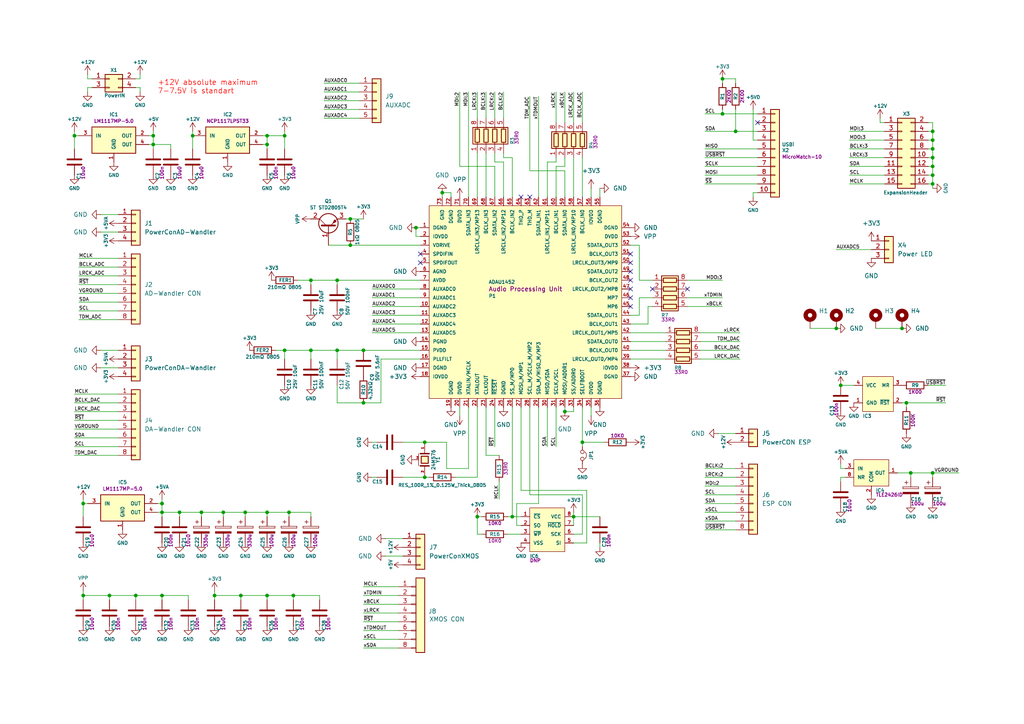
<source format=kicad_sch>
(kicad_sch (version 20250114) (generator "eeschema") (generator_version "9.0")
  (paper "A4")
  (text "+12V absolute maximum\n7-7.5V is standart" (at 45.72 27.432 0) (effects (font (size 1.524 1.524)) (justify left bottom)))
  (junction (at 97.79 81.28))
  (junction (at 46.99 146.05))
  (junction (at 24.13 146.05))
  (junction (at 64.77 148.59))
  (junction (at 90.17 81.28))
  (junction (at 148.59 149.86))
  (junction (at 163.83 119.38))
  (junction (at 62.23 172.72))
  (junction (at 270.51 43.18))
  (junction (at 168.91 128.27))
  (junction (at 97.79 101.6))
  (junction (at 120.65 66.04))
  (junction (at 82.55 39.37))
  (junction (at 77.47 39.37))
  (junction (at 77.47 148.59))
  (junction (at 46.99 172.72))
  (junction (at 85.09 172.72))
  (junction (at 101.6 63.5))
  (junction (at 242.57 95.25))
  (junction (at 105.41 101.6))
  (junction (at 243.84 111.76))
  (junction (at 270.51 45.72))
  (junction (at 123.19 128.27))
  (junction (at 105.41 116.84))
  (junction (at 44.45 39.37))
  (junction (at 90.17 101.6))
  (junction (at 31.75 172.72))
  (junction (at 83.82 148.59))
  (junction (at 262.89 116.84))
  (junction (at 46.99 148.59))
  (junction (at 270.51 53.34))
  (junction (at 166.37 149.86))
  (junction (at 128.27 55.88))
  (junction (at 71.12 148.59))
  (junction (at 270.51 50.8))
  (junction (at 209.55 33.02))
  (junction (at 264.16 137.16))
  (junction (at 270.51 40.64))
  (junction (at 270.51 38.1))
  (junction (at 69.85 172.72))
  (junction (at 101.6 71.12))
  (junction (at 39.37 172.72))
  (junction (at 21.59 39.37))
  (junction (at 58.42 148.59))
  (junction (at 270.51 137.16))
  (junction (at 123.19 138.43))
  (junction (at 82.55 101.6))
  (junction (at 209.55 22.86))
  (junction (at 213.36 38.1))
  (junction (at 138.43 149.86))
  (junction (at 77.47 172.72))
  (junction (at 24.13 172.72))
  (junction (at 55.88 39.37))
  (junction (at 261.62 95.25))
  (junction (at 77.47 41.91))
  (junction (at 44.45 41.91))
  (junction (at 270.51 48.26))
  (junction (at 52.07 148.59))
  (no_connect (at 151.13 57.15))
  (no_connect (at 182.88 78.74))
  (no_connect (at 182.88 88.9))
  (no_connect (at 199.39 83.82))
  (no_connect (at 189.23 83.82))
  (no_connect (at 182.88 76.2))
  (no_connect (at 153.67 57.15))
  (no_connect (at 182.88 83.82))
  (no_connect (at 182.88 86.36))
  (no_connect (at 121.92 73.66))
  (no_connect (at 219.71 35.56))
  (no_connect (at 121.92 76.2))
  (no_connect (at 182.88 81.28))
  (no_connect (at 182.88 73.66))
  (wire (pts (xy 22.86 85.09) (xy 34.29 85.09)))
  (wire (pts (xy 163.83 35.56) (xy 163.83 26.67)))
  (wire (pts (xy 124.46 138.43) (xy 123.19 138.43)))
  (wire (pts (xy 123.19 138.43) (xy 116.84 138.43)))
  (wire (pts (xy 163.83 48.26) (xy 163.83 45.72)))
  (wire (pts (xy 204.47 33.02) (xy 209.55 33.02)))
  (wire (pts (xy 204.47 45.72) (xy 219.71 45.72)))
  (wire (pts (xy 245.11 138.43) (xy 243.84 138.43)))
  (wire (pts (xy 97.79 81.28) (xy 97.79 82.55)))
  (wire (pts (xy 107.95 91.44) (xy 121.92 91.44)))
  (wire (pts (xy 90.17 101.6) (xy 90.17 104.14)))
  (wire (pts (xy 204.47 146.05) (xy 213.36 146.05)))
  (wire (pts (xy 256.54 38.1) (xy 246.38 38.1)))
  (wire (pts (xy 97.79 81.28) (xy 121.92 81.28)))
  (wire (pts (xy 21.59 114.3) (xy 34.29 114.3)))
  (wire (pts (xy 29.21 62.23) (xy 34.29 62.23)))
  (wire (pts (xy 77.47 148.59) (xy 83.82 148.59)))
  (wire (pts (xy 204.47 143.51) (xy 213.36 143.51)))
  (wire (pts (xy 25.4 25.4) (xy 25.4 26.67)))
  (wire (pts (xy 261.62 116.84) (xy 262.89 116.84)))
  (wire (pts (xy 76.2 39.37) (xy 77.47 39.37)))
  (wire (pts (xy 140.97 34.29) (xy 140.97 26.67)))
  (wire (pts (xy 97.79 116.84) (xy 97.79 111.76)))
  (wire (pts (xy 90.17 101.6) (xy 97.79 101.6)))
  (wire (pts (xy 269.24 38.1) (xy 270.51 38.1)))
  (wire (pts (xy 29.21 101.6) (xy 34.29 101.6)))
  (wire (pts (xy 149.86 146.05) (xy 156.21 146.05)))
  (wire (pts (xy 256.54 48.26) (xy 246.38 48.26)))
  (wire (pts (xy 93.98 29.21) (xy 104.14 29.21)))
  (wire (pts (xy 43.18 39.37) (xy 44.45 39.37)))
  (wire (pts (xy 151.13 152.4) (xy 149.86 152.4)))
  (wire (pts (xy 22.86 87.63) (xy 34.29 87.63)))
  (wire (pts (xy 39.37 172.72) (xy 39.37 173.99)))
  (wire (pts (xy 158.75 46.99) (xy 161.29 46.99)))
  (wire (pts (xy 163.83 119.38) (xy 163.83 118.11)))
  (wire (pts (xy 149.86 152.4) (xy 149.86 146.05)))
  (wire (pts (xy 148.59 45.72) (xy 148.59 57.15)))
  (wire (pts (xy 58.42 148.59) (xy 64.77 148.59)))
  (wire (pts (xy 158.75 46.99) (xy 158.75 57.15)))
  (wire (pts (xy 45.72 146.05) (xy 46.99 146.05)))
  (wire (pts (xy 71.12 148.59) (xy 77.47 148.59)))
  (wire (pts (xy 219.71 50.8) (xy 204.47 50.8)))
  (wire (pts (xy 166.37 154.94) (xy 168.91 154.94)))
  (wire (pts (xy 77.47 148.59) (xy 77.47 149.86)))
  (wire (pts (xy 199.39 81.28) (xy 209.55 81.28)))
  (wire (pts (xy 107.95 86.36) (xy 121.92 86.36)))
  (wire (pts (xy 166.37 148.59) (xy 166.37 149.86)))
  (wire (pts (xy 138.43 44.45) (xy 138.43 57.15)))
  (wire (pts (xy 153.67 118.11) (xy 153.67 143.51)))
  (wire (pts (xy 77.47 39.37) (xy 77.47 41.91)))
  (wire (pts (xy 203.2 99.06) (xy 214.63 99.06)))
  (wire (pts (xy 82.55 38.1) (xy 82.55 39.37)))
  (wire (pts (xy 138.43 154.94) (xy 138.43 149.86)))
  (wire (pts (xy 24.13 172.72) (xy 31.75 172.72)))
  (wire (pts (xy 21.59 121.92) (xy 34.29 121.92)))
  (wire (pts (xy 77.47 172.72) (xy 85.09 172.72)))
  (wire (pts (xy 148.59 149.86) (xy 151.13 149.86)))
  (wire (pts (xy 256.54 43.18) (xy 246.38 43.18)))
  (wire (pts (xy 182.88 104.14) (xy 193.04 104.14)))
  (wire (pts (xy 182.88 99.06) (xy 193.04 99.06)))
  (wire (pts (xy 71.12 148.59) (xy 71.12 149.86)))
  (wire (pts (xy 21.59 39.37) (xy 22.86 39.37)))
  (wire (pts (xy 105.41 182.88) (xy 115.57 182.88)))
  (wire (pts (xy 55.88 38.1) (xy 55.88 39.37)))
  (wire (pts (xy 143.51 118.11) (xy 143.51 129.54)))
  (wire (pts (xy 243.84 138.43) (xy 243.84 139.7)))
  (wire (pts (xy 256.54 45.72) (xy 246.38 45.72)))
  (wire (pts (xy 22.86 90.17) (xy 34.29 90.17)))
  (wire (pts (xy 52.07 148.59) (xy 58.42 148.59)))
  (wire (pts (xy 46.99 148.59) (xy 52.07 148.59)))
  (wire (pts (xy 182.88 71.12) (xy 185.42 71.12)))
  (wire (pts (xy 146.05 46.99) (xy 143.51 46.99)))
  (wire (pts (xy 105.41 185.42) (xy 115.57 185.42)))
  (wire (pts (xy 182.88 96.52) (xy 193.04 96.52)))
  (wire (pts (xy 29.21 106.68) (xy 34.29 106.68)))
  (wire (pts (xy 101.6 71.12) (xy 121.92 71.12)))
  (wire (pts (xy 109.22 128.27) (xy 107.95 128.27)))
  (wire (pts (xy 166.37 157.48) (xy 170.18 157.48)))
  (wire (pts (xy 262.89 116.84) (xy 274.32 116.84)))
  (wire (pts (xy 110.49 104.14) (xy 121.92 104.14)))
  (wire (pts (xy 21.59 39.37) (xy 21.59 43.18)))
  (wire (pts (xy 147.32 149.86) (xy 148.59 149.86)))
  (wire (pts (xy 204.47 135.89) (xy 213.36 135.89)))
  (wire (pts (xy 82.55 39.37) (xy 82.55 43.18)))
  (wire (pts (xy 173.99 54.61) (xy 173.99 57.15)))
  (wire (pts (xy 140.97 118.11) (xy 140.97 132.08)))
  (wire (pts (xy 21.59 132.08) (xy 34.29 132.08)))
  (wire (pts (xy 163.83 49.53) (xy 153.67 49.53)))
  (wire (pts (xy 168.91 45.72) (xy 168.91 57.15)))
  (wire (pts (xy 111.76 161.29) (xy 116.84 161.29)))
  (wire (pts (xy 90.17 81.28) (xy 97.79 81.28)))
  (wire (pts (xy 144.78 139.7) (xy 144.78 144.78)))
  (wire (pts (xy 270.51 48.26) (xy 270.51 50.8)))
  (wire (pts (xy 269.24 111.76) (xy 274.32 111.76)))
  (wire (pts (xy 255.27 35.56) (xy 255.27 34.29)))
  (wire (pts (xy 95.25 71.12) (xy 101.6 71.12)))
  (wire (pts (xy 109.22 138.43) (xy 107.95 138.43)))
  (wire (pts (xy 83.82 148.59) (xy 83.82 149.86)))
  (wire (pts (xy 44.45 41.91) (xy 44.45 43.18)))
  (wire (pts (xy 54.61 172.72) (xy 54.61 173.99)))
  (wire (pts (xy 170.18 142.24) (xy 151.13 142.24)))
  (wire (pts (xy 129.54 135.89) (xy 135.89 135.89)))
  (wire (pts (xy 218.44 40.64) (xy 218.44 31.75)))
  (wire (pts (xy 144.78 132.08) (xy 140.97 132.08)))
  (wire (pts (xy 24.13 172.72) (xy 24.13 173.99)))
  (wire (pts (xy 21.59 119.38) (xy 34.29 119.38)))
  (wire (pts (xy 29.21 67.31) (xy 34.29 67.31)))
  (wire (pts (xy 77.47 172.72) (xy 77.47 173.99)))
  (wire (pts (xy 171.45 120.65) (xy 171.45 118.11)))
  (wire (pts (xy 138.43 34.29) (xy 138.43 26.67)))
  (wire (pts (xy 133.35 48.26) (xy 143.51 48.26)))
  (wire (pts (xy 146.05 46.99) (xy 146.05 57.15)))
  (wire (pts (xy 45.72 148.59) (xy 46.99 148.59)))
  (wire (pts (xy 21.59 127) (xy 34.29 127)))
  (wire (pts (xy 138.43 138.43) (xy 138.43 118.11)))
  (wire (pts (xy 256.54 53.34) (xy 246.38 53.34)))
  (wire (pts (xy 168.91 154.94) (xy 168.91 143.51)))
  (wire (pts (xy 46.99 172.72) (xy 46.99 173.99)))
  (wire (pts (xy 264.16 137.16) (xy 270.51 137.16)))
  (wire (pts (xy 132.08 138.43) (xy 138.43 138.43)))
  (wire (pts (xy 83.82 148.59) (xy 90.17 148.59)))
  (wire (pts (xy 209.55 22.86) (xy 213.36 22.86)))
  (wire (pts (xy 161.29 48.26) (xy 161.29 57.15)))
  (wire (pts (xy 199.39 88.9) (xy 209.55 88.9)))
  (wire (pts (xy 110.49 116.84) (xy 110.49 104.14)))
  (wire (pts (xy 107.95 83.82) (xy 121.92 83.82)))
  (wire (pts (xy 21.59 129.54) (xy 34.29 129.54)))
  (wire (pts (xy 204.47 148.59) (xy 213.36 148.59)))
  (wire (pts (xy 46.99 172.72) (xy 54.61 172.72)))
  (wire (pts (xy 52.07 148.59) (xy 52.07 149.86)))
  (wire (pts (xy 187.96 93.98) (xy 187.96 88.9)))
  (wire (pts (xy 270.51 43.18) (xy 270.51 45.72)))
  (wire (pts (xy 158.75 118.11) (xy 158.75 129.54)))
  (wire (pts (xy 143.51 34.29) (xy 143.51 26.67)))
  (wire (pts (xy 107.95 93.98) (xy 121.92 93.98)))
  (wire (pts (xy 82.55 101.6) (xy 90.17 101.6)))
  (wire (pts (xy 85.09 172.72) (xy 92.71 172.72)))
  (wire (pts (xy 82.55 101.6) (xy 82.55 104.14)))
  (wire (pts (xy 22.86 80.01) (xy 34.29 80.01)))
  (wire (pts (xy 24.13 144.78) (xy 24.13 146.05)))
  (wire (pts (xy 204.47 153.67) (xy 213.36 153.67)))
  (wire (pts (xy 171.45 54.61) (xy 171.45 57.15)))
  (wire (pts (xy 153.67 49.53) (xy 153.67 27.94)))
  (wire (pts (xy 143.51 48.26) (xy 143.51 57.15)))
  (wire (pts (xy 69.85 172.72) (xy 69.85 173.99)))
  (wire (pts (xy 39.37 172.72) (xy 46.99 172.72)))
  (wire (pts (xy 185.42 81.28) (xy 189.23 81.28)))
  (wire (pts (xy 105.41 187.96) (xy 115.57 187.96)))
  (wire (pts (xy 161.29 46.99) (xy 161.29 45.72)))
  (wire (pts (xy 69.85 172.72) (xy 77.47 172.72)))
  (wire (pts (xy 26.67 25.4) (xy 25.4 25.4)))
  (wire (pts (xy 156.21 27.94) (xy 156.21 57.15)))
  (wire (pts (xy 242.57 72.39) (xy 252.73 72.39)))
  (wire (pts (xy 105.41 116.84) (xy 110.49 116.84)))
  (wire (pts (xy 151.13 118.11) (xy 151.13 142.24)))
  (wire (pts (xy 270.51 35.56) (xy 270.51 38.1)))
  (wire (pts (xy 148.59 118.11) (xy 148.59 149.86)))
  (wire (pts (xy 128.27 55.88) (xy 128.27 57.15)))
  (wire (pts (xy 76.2 41.91) (xy 77.47 41.91)))
  (wire (pts (xy 148.59 45.72) (xy 146.05 45.72)))
  (wire (pts (xy 22.86 92.71) (xy 34.29 92.71)))
  (wire (pts (xy 120.65 66.04) (xy 121.92 66.04)))
  (wire (pts (xy 219.71 48.26) (xy 204.47 48.26)))
  (wire (pts (xy 26.67 22.86) (xy 25.4 22.86)))
  (wire (pts (xy 182.88 91.44) (xy 185.42 91.44)))
  (wire (pts (xy 111.76 156.21) (xy 116.84 156.21)))
  (wire (pts (xy 166.37 35.56) (xy 166.37 26.67)))
  (wire (pts (xy 168.91 128.27) (xy 175.26 128.27)))
  (wire (pts (xy 166.37 45.72) (xy 166.37 57.15)))
  (wire (pts (xy 262.89 116.84) (xy 262.89 118.11)))
  (wire (pts (xy 187.96 88.9) (xy 189.23 88.9)))
  (wire (pts (xy 270.51 50.8) (xy 270.51 53.34)))
  (wire (pts (xy 97.79 116.84) (xy 105.41 116.84)))
  (wire (pts (xy 270.51 138.43) (xy 270.51 137.16)))
  (wire (pts (xy 24.13 146.05) (xy 24.13 149.86)))
  (wire (pts (xy 140.97 44.45) (xy 140.97 57.15)))
  (wire (pts (xy 170.18 157.48) (xy 170.18 142.24)))
  (wire (pts (xy 204.47 151.13) (xy 213.36 151.13)))
  (wire (pts (xy 264.16 138.43) (xy 264.16 137.16)))
  (wire (pts (xy 213.36 38.1) (xy 219.71 38.1)))
  (wire (pts (xy 161.29 118.11) (xy 161.29 129.54)))
  (wire (pts (xy 44.45 39.37) (xy 44.45 41.91)))
  (wire (pts (xy 143.51 46.99) (xy 143.51 44.45)))
  (wire (pts (xy 64.77 148.59) (xy 64.77 149.86)))
  (wire (pts (xy 182.88 101.6) (xy 193.04 101.6)))
  (wire (pts (xy 101.6 63.5) (xy 105.41 63.5)))
  (wire (pts (xy 269.24 40.64) (xy 270.51 40.64)))
  (wire (pts (xy 105.41 170.18) (xy 115.57 170.18)))
  (wire (pts (xy 133.35 48.26) (xy 133.35 26.67)))
  (wire (pts (xy 203.2 104.14) (xy 214.63 104.14)))
  (wire (pts (xy 44.45 38.1) (xy 44.45 39.37)))
  (wire (pts (xy 93.98 24.13) (xy 104.14 24.13)))
  (wire (pts (xy 46.99 146.05) (xy 46.99 148.59)))
  (wire (pts (xy 168.91 118.11) (xy 168.91 128.27)))
  (wire (pts (xy 219.71 53.34) (xy 204.47 53.34)))
  (wire (pts (xy 58.42 148.59) (xy 58.42 149.86)))
  (wire (pts (xy 97.79 101.6) (xy 105.41 101.6)))
  (wire (pts (xy 40.64 25.4) (xy 40.64 26.67)))
  (wire (pts (xy 22.86 77.47) (xy 34.29 77.47)))
  (wire (pts (xy 31.75 172.72) (xy 39.37 172.72)))
  (wire (pts (xy 204.47 140.97) (xy 213.36 140.97)))
  (wire (pts (xy 204.47 138.43) (xy 213.36 138.43)))
  (wire (pts (xy 21.59 124.46) (xy 34.29 124.46)))
  (wire (pts (xy 168.91 35.56) (xy 168.91 26.67)))
  (wire (pts (xy 245.11 135.89) (xy 243.84 135.89)))
  (wire (pts (xy 269.24 48.26) (xy 270.51 48.26)))
  (wire (pts (xy 105.41 101.6) (xy 121.92 101.6)))
  (wire (pts (xy 209.55 33.02) (xy 219.71 33.02)))
  (wire (pts (xy 31.75 172.72) (xy 31.75 173.99)))
  (wire (pts (xy 80.01 101.6) (xy 82.55 101.6)))
  (wire (pts (xy 39.37 25.4) (xy 40.64 25.4)))
  (wire (pts (xy 256.54 50.8) (xy 246.38 50.8)))
  (wire (pts (xy 203.2 96.52) (xy 214.63 96.52)))
  (wire (pts (xy 168.91 128.27) (xy 168.91 129.54)))
  (wire (pts (xy 269.24 45.72) (xy 270.51 45.72)))
  (wire (pts (xy 77.47 41.91) (xy 77.47 43.18)))
  (wire (pts (xy 93.98 31.75) (xy 104.14 31.75)))
  (wire (pts (xy 130.81 55.88) (xy 130.81 57.15)))
  (wire (pts (xy 22.86 74.93) (xy 34.29 74.93)))
  (wire (pts (xy 107.95 96.52) (xy 121.92 96.52)))
  (wire (pts (xy 64.77 148.59) (xy 71.12 148.59)))
  (wire (pts (xy 234.95 95.25) (xy 242.57 95.25)))
  (wire (pts (xy 100.33 63.5) (xy 101.6 63.5)))
  (wire (pts (xy 203.2 101.6) (xy 214.63 101.6)))
  (wire (pts (xy 260.35 137.16) (xy 264.16 137.16)))
  (wire (pts (xy 49.53 41.91) (xy 49.53 43.18)))
  (wire (pts (xy 185.42 86.36) (xy 189.23 86.36)))
  (wire (pts (xy 209.55 31.75) (xy 209.55 33.02)))
  (wire (pts (xy 129.54 135.89) (xy 129.54 128.27)))
  (wire (pts (xy 62.23 171.45) (xy 62.23 172.72)))
  (wire (pts (xy 62.23 172.72) (xy 69.85 172.72)))
  (wire (pts (xy 218.44 57.15) (xy 218.44 55.88)))
  (wire (pts (xy 199.39 86.36) (xy 209.55 86.36)))
  (wire (pts (xy 219.71 40.64) (xy 218.44 40.64)))
  (wire (pts (xy 219.71 43.18) (xy 204.47 43.18)))
  (wire (pts (xy 146.05 34.29) (xy 146.05 26.67)))
  (wire (pts (xy 123.19 128.27) (xy 116.84 128.27)))
  (wire (pts (xy 213.36 31.75) (xy 213.36 38.1)))
  (wire (pts (xy 161.29 35.56) (xy 161.29 26.67)))
  (wire (pts (xy 270.51 38.1) (xy 270.51 40.64)))
  (wire (pts (xy 269.24 50.8) (xy 270.51 50.8)))
  (wire (pts (xy 173.99 158.75) (xy 173.99 157.48)))
  (wire (pts (xy 185.42 71.12) (xy 185.42 81.28)))
  (wire (pts (xy 105.41 180.34) (xy 115.57 180.34)))
  (wire (pts (xy 21.59 116.84) (xy 34.29 116.84)))
  (wire (pts (xy 135.89 26.67) (xy 135.89 57.15)))
  (wire (pts (xy 270.51 137.16) (xy 278.13 137.16)))
  (wire (pts (xy 93.98 26.67) (xy 104.14 26.67)))
  (wire (pts (xy 182.88 93.98) (xy 187.96 93.98)))
  (wire (pts (xy 97.79 101.6) (xy 97.79 104.14)))
  (wire (pts (xy 105.41 172.72) (xy 115.57 172.72)))
  (wire (pts (xy 129.54 128.27) (xy 123.19 128.27)))
  (wire (pts (xy 166.37 149.86) (xy 173.99 149.86)))
  (wire (pts (xy 86.36 81.28) (xy 90.17 81.28)))
  (wire (pts (xy 208.28 125.73) (xy 213.36 125.73)))
  (wire (pts (xy 247.65 111.76) (xy 243.84 111.76)))
  (wire (pts (xy 46.99 144.78) (xy 46.99 146.05)))
  (wire (pts (xy 90.17 81.28) (xy 90.17 82.55)))
  (wire (pts (xy 24.13 171.45) (xy 24.13 172.72)))
  (wire (pts (xy 204.47 38.1) (xy 213.36 38.1)))
  (wire (pts (xy 218.44 55.88) (xy 219.71 55.88)))
  (wire (pts (xy 62.23 172.72) (xy 62.23 173.99)))
  (wire (pts (xy 270.51 53.34) (xy 269.24 53.34)))
  (wire (pts (xy 43.18 41.91) (xy 44.45 41.91)))
  (wire (pts (xy 254 95.25) (xy 261.62 95.25)))
  (wire (pts (xy 85.09 172.72) (xy 85.09 173.99)))
  (wire (pts (xy 21.59 38.1) (xy 21.59 39.37)))
  (wire (pts (xy 105.41 177.8) (xy 115.57 177.8)))
  (wire (pts (xy 256.54 35.56) (xy 255.27 35.56)))
  (wire (pts (xy 139.7 154.94) (xy 138.43 154.94)))
  (wire (pts (xy 185.42 91.44) (xy 185.42 86.36)))
  (wire (pts (xy 133.35 120.65) (xy 133.35 118.11)))
  (wire (pts (xy 105.41 175.26) (xy 115.57 175.26)))
  (wire (pts (xy 270.51 53.34) (xy 270.51 54.61)))
  (wire (pts (xy 243.84 135.89) (xy 243.84 134.62)))
  (wire (pts (xy 128.27 55.88) (xy 130.81 55.88)))
  (wire (pts (xy 22.86 82.55) (xy 34.29 82.55)))
  (wire (pts (xy 93.98 34.29) (xy 104.14 34.29)))
  (wire (pts (xy 40.64 22.86) (xy 40.64 21.59)))
  (wire (pts (xy 146.05 45.72) (xy 146.05 44.45)))
  (wire (pts (xy 92.71 172.72) (xy 92.71 173.99)))
  (wire (pts (xy 90.17 148.59) (xy 90.17 149.86)))
  (wire (pts (xy 161.29 48.26) (xy 163.83 48.26)))
  (wire (pts (xy 269.24 35.56) (xy 270.51 35.56)))
  (wire (pts (xy 107.95 88.9) (xy 121.92 88.9)))
  (wire (pts (xy 156.21 118.11) (xy 156.21 146.05)))
  (wire (pts (xy 55.88 39.37) (xy 55.88 43.18)))
  (wire (pts (xy 166.37 152.4) (xy 166.37 149.86)))
  (wire (pts (xy 269.24 43.18) (xy 270.51 43.18)))
  (wire (pts (xy 270.51 45.72) (xy 270.51 48.26)))
  (wire (pts (xy 256.54 40.64) (xy 246.38 40.64)))
  (wire (pts (xy 39.37 22.86) (xy 40.64 22.86)))
  (wire (pts (xy 120.65 68.58) (xy 121.92 68.58)))
  (wire (pts (xy 138.43 149.86) (xy 139.7 149.86)))
  (wire (pts (xy 77.47 39.37) (xy 82.55 39.37)))
  (wire (pts (xy 168.91 143.51) (xy 153.67 143.51)))
  (wire (pts (xy 24.13 146.05) (xy 25.4 146.05)))
  (wire (pts (xy 270.51 40.64) (xy 270.51 43.18)))
  (wire (pts (xy 135.89 135.89) (xy 135.89 118.11)))
  (wire (pts (xy 46.99 148.59) (xy 46.99 149.86)))
  (wire (pts (xy 25.4 22.86) (xy 25.4 21.59)))
  (wire (pts (xy 213.36 22.86) (xy 213.36 24.13)))
  (wire (pts (xy 209.55 22.86) (xy 209.55 24.13)))
  (wire (pts (xy 147.32 154.94) (xy 151.13 154.94)))
  (wire (pts (xy 163.83 49.53) (xy 163.83 57.15)))
  (wire (pts (xy 44.45 41.91) (xy 49.53 41.91)))
  (wire (pts (xy 120.65 66.04) (xy 120.65 68.58)))
  (wire (pts (xy 166.37 119.38) (xy 166.37 118.11)))
  (wire (pts (xy 163.83 119.38) (xy 166.37 119.38)))
  (label "TDM_DAC" (at 21.59 132.08 0) (effects (font (size 0.9906 0.9906))))
  (label "AUXADC1" (at 107.95 86.36 0) (effects (font (size 0.9906 0.9906))))
  (label "xTDMIN" (at 209.55 86.36 180) (effects (font (size 0.9906 0.9906))))
  (label "LRCK:3" (at 138.43 26.67 270) (effects (font (size 0.9906 0.9906))))
  (label "MCLK" (at 105.41 170.18 0) (effects (font (size 0.9906 0.9906))))
  (label "xLRCK" (at 214.63 96.52 180) (effects (font (size 0.9906 0.9906))))
  (label "xTDMOUT" (at 156.21 27.94 270) (effects (font (size 0.9906 0.9906))))
  (label "LRCK:2" (at 204.47 138.43 0) (effects (font (size 0.9906 0.9906))))
  (label "TDM_ADC" (at 22.86 92.71 0) (effects (font (size 0.9906 0.9906))))
  (label "LRCK_DAC" (at 21.59 119.38 0) (effects (font (size 0.9906 0.9906))))
  (label "~{RST}" (at 22.86 82.55 0) (effects (font (size 0.9906 0.9906))))
  (label "SCL" (at 22.86 90.17 0) (effects (font (size 0.9906 0.9906))))
  (label "MDI:2" (at 204.47 140.97 0) (effects (font (size 0.9906 0.9906))))
  (label "LRCK_DAC" (at 214.63 104.14 180) (effects (font (size 0.9906 0.9906))))
  (label "LRCK:2" (at 143.51 26.67 270) (effects (font (size 0.9906 0.9906))))
  (label "SDA" (at 204.47 38.1 0) (effects (font (size 0.9906 0.9906))))
  (label "MCLK" (at 21.59 114.3 0) (effects (font (size 0.9906 0.9906))))
  (label "xLRCK" (at 161.29 26.67 270) (effects (font (size 0.9906 0.9906))))
  (label "AUXADC4" (at 93.98 34.29 0) (effects (font (size 0.9906 0.9906))))
  (label "xTDMOUT" (at 105.41 182.88 0) (effects (font (size 0.9906 0.9906))))
  (label "MDO:3" (at 209.55 81.28 180) (effects (font (size 0.9906 0.9906))))
  (label "SCL" (at 161.29 129.54 90) (effects (font (size 0.9906 0.9906))))
  (label "SCLK" (at 204.47 48.26 0) (effects (font (size 0.9906 0.9906))))
  (label "~{USBRST}" (at 274.32 111.76 180) (effects (font (size 0.9906 0.9906))))
  (label "xBCLK" (at 209.55 88.9 180) (effects (font (size 0.9906 0.9906))))
  (label "BCLK_DAC" (at 21.59 116.84 0) (effects (font (size 0.9906 0.9906))))
  (label "VGROUND" (at 278.13 137.16 180) (effects (font (size 0.9906 0.9906))))
  (label "~{SS}" (at 204.47 53.34 0) (effects (font (size 0.9906 0.9906))))
  (label "BCLK:3" (at 246.38 43.18 0) (effects (font (size 0.9906 0.9906))))
  (label "AUXADC0" (at 93.98 24.13 0) (effects (font (size 0.9906 0.9906))))
  (label "BCLK_ADC" (at 168.91 26.67 270) (effects (font (size 0.9906 0.9906))))
  (label "xSCL" (at 105.41 185.42 0) (effects (font (size 0.9906 0.9906))))
  (label "AUXADC3" (at 93.98 31.75 0) (effects (font (size 0.9906 0.9906))))
  (label "SCL" (at 246.38 50.8 0) (effects (font (size 0.9906 0.9906))))
  (label "xBCLK" (at 105.41 175.26 0) (effects (font (size 0.9906 0.9906))))
  (label "SDA" (at 246.38 48.26 0) (effects (font (size 0.9906 0.9906))))
  (label "BCLK:2" (at 204.47 135.89 0) (effects (font (size 0.9906 0.9906))))
  (label "SCL" (at 21.59 129.54 0) (effects (font (size 0.9906 0.9906))))
  (label "BCLK_ADC" (at 22.86 77.47 0) (effects (font (size 0.9906 0.9906))))
  (label "xBCLK" (at 163.83 26.67 270) (effects (font (size 0.9906 0.9906))))
  (label "AUXADC0" (at 107.95 83.82 0) (effects (font (size 0.9906 0.9906))))
  (label "AUXADC5" (at 107.95 96.52 0) (effects (font (size 0.9906 0.9906))))
  (label "LRCK_ADC" (at 166.37 26.67 270) (effects (font (size 0.9906 0.9906))))
  (label "AUXADC4" (at 107.95 93.98 0) (effects (font (size 0.9906 0.9906))))
  (label "VGROUND" (at 21.59 124.46 0) (effects (font (size 0.9906 0.9906))))
  (label "MOSI" (at 204.47 50.8 0) (effects (font (size 0.9906 0.9906))))
  (label "MCLK" (at 22.86 74.93 0) (effects (font (size 0.9906 0.9906))))
  (label "AUXADC2" (at 107.95 88.9 0) (effects (font (size 0.9906 0.9906))))
  (label "~{USBRST}" (at 204.47 45.72 0) (effects (font (size 0.9906 0.9906))))
  (label "SDA" (at 204.47 146.05 0) (effects (font (size 0.9906 0.9906))))
  (label "SCL" (at 204.47 143.51 0) (effects (font (size 0.9906 0.9906))))
  (label "MDI:2" (at 133.35 26.67 270) (effects (font (size 0.9906 0.9906))))
  (label "~{RST}" (at 274.32 116.84 180) (effects (font (size 0.9906 0.9906))))
  (label "AUXADC2" (at 93.98 29.21 0) (effects (font (size 0.9906 0.9906))))
  (label "~{USBRST}" (at 204.47 153.67 0) (effects (font (size 0.9906 0.9906))))
  (label "~{RST}" (at 143.51 129.54 90) (effects (font (size 0.9906 0.9906))))
  (label "AUXADC5" (at 242.57 72.39 0) (effects (font (size 0.9906 0.9906))))
  (label "MDI:3" (at 246.38 38.1 0) (effects (font (size 0.9906 0.9906))))
  (label "~{RST}" (at 21.59 121.92 0) (effects (font (size 0.9906 0.9906))))
  (label "MCLK" (at 144.78 144.78 90) (effects (font (size 0.9906 0.9906))))
  (label "xSCL" (at 204.47 148.59 0) (effects (font (size 0.9906 0.9906))))
  (label "MISO" (at 204.47 43.18 0) (effects (font (size 0.9906 0.9906))))
  (label "xLRCK" (at 105.41 177.8 0) (effects (font (size 0.9906 0.9906))))
  (label "AUXADC1" (at 93.98 26.67 0) (effects (font (size 0.9906 0.9906))))
  (label "LRCK:3" (at 246.38 45.72 0) (effects (font (size 0.9906 0.9906))))
  (label "BCLK:3" (at 140.97 26.67 270) (effects (font (size 0.9906 0.9906))))
  (label "MDO:3" (at 246.38 40.64 0) (effects (font (size 0.9906 0.9906))))
  (label "~{RST}" (at 105.41 180.34 0) (effects (font (size 0.9906 0.9906))))
  (label "BCLK:2" (at 146.05 26.67 270) (effects (font (size 0.9906 0.9906))))
  (label "BCLK_DAC" (at 214.63 101.6 180) (effects (font (size 0.9906 0.9906))))
  (label "xSDA" (at 204.47 151.13 0) (effects (font (size 0.9906 0.9906))))
  (label "LRCK_ADC" (at 22.86 80.01 0) (effects (font (size 0.9906 0.9906))))
  (label "TDM_DAC" (at 214.63 99.06 180) (effects (font (size 0.9906 0.9906))))
  (label "VGROUND" (at 22.86 85.09 0) (effects (font (size 0.9906 0.9906))))
  (label "MDI:3" (at 135.89 26.67 270) (effects (font (size 0.9906 0.9906))))
  (label "SDA" (at 22.86 87.63 0) (effects (font (size 0.9906 0.9906))))
  (label "SCL" (at 204.47 33.02 0) (effects (font (size 0.9906 0.9906))))
  (label "xTDMIN" (at 105.41 172.72 0) (effects (font (size 0.9906 0.9906))))
  (label "SDA" (at 21.59 127 0) (effects (font (size 0.9906 0.9906))))
  (label "MCLK" (at 246.38 53.34 0) (effects (font (size 0.9906 0.9906))))
  (label "SDA" (at 158.75 129.54 90) (effects (font (size 0.9906 0.9906))))
  (label "TDM_ADC" (at 153.67 27.94 270) (effects (font (size 0.9906 0.9906))))
  (label "AUXADC3" (at 107.95 91.44 0) (effects (font (size 0.9906 0.9906))))
  (label "xSDA" (at 105.41 187.96 0) (effects (font (size 0.9906 0.9906))))
  (symbol (lib_id "freeDSP-aurora-rescue:+3V3") (at 105.41 63.5 0) (unit 1)
    (property "Reference" "#PWR028" (effects (hide yes)))
    (property "Value" "+3V3" (at 105.41 59.944 0) (effects (font (size 0.9906 0.9906))))
  )
  (symbol (lib_id "freeDSP-aurora-rescue:+3V3") (at 182.88 128.27 270) (unit 1)
    (property "Reference" "#PWR067" (effects (hide yes)))
    (property "Value" "+3V3" (at 186.436 128.27 0) (effects (font (size 0.9906 0.9906))))
  )
  (symbol (lib_id "freeDSP-aurora-rescue:GND") (at 168.91 134.62 0) (unit 1)
    (property "Reference" "#PWR070" (effects (hide yes)))
    (property "Value" "GND" (at 168.91 138.43 0) (effects (font (size 0.9906 0.9906))))
  )
  (symbol (lib_id "freeDSP-aurora-rescue:R") (at 128.27 138.43 270) (unit 1)
    (property "Reference" "R14" (at 128.27 138.43 90) (effects (font (size 0.9906 0.9906))))
    (property "Value" "RES_100R_1%_0.125W_Thick_0805" (at 128.27 140.716 90) (effects (font (size 0.9906 0.9906))))
    (property "Footprint" "Resistor_SMD:R_0805_2012Metric" (effects (hide yes)))
    (property "Value1" "100R" (effects (hide yes)))
    (property "Value2" "1% 0.125W Thick" (effects (hide yes)))
    (property "LCSC" "C105577" (effects (hide yes)))
    (property "Manufacturer" "Yageo" (effects (hide yes)))
    (property "pn" "RC0805FR-07100RL" (effects (hide yes)))
  )
  (symbol (lib_id "freeDSP-aurora-rescue:GND") (at 107.95 128.27 270) (unit 1)
    (property "Reference" "#PWR066" (effects (hide yes)))
    (property "Value" "GND" (at 104.14 128.27 0) (effects (font (size 0.9906 0.9906))))
  )
  (symbol (lib_id "freeDSP-aurora-rescue:GND") (at 107.95 138.43 270) (unit 1)
    (property "Reference" "#PWR072" (effects (hide yes)))
    (property "Value" "GND" (at 104.14 138.43 0) (effects (font (size 0.9906 0.9906))))
  )
  (symbol (lib_id "freeDSP-aurora-rescue:GND") (at 151.13 157.48 0) (unit 1)
    (property "Reference" "#PWR092" (effects (hide yes)))
    (property "Value" "GND" (at 151.13 161.29 0) (effects (font (size 0.9906 0.9906))))
  )
  (symbol (lib_id "freeDSP-aurora-rescue:+3V3") (at 166.37 148.59 0) (unit 1)
    (property "Reference" "#PWR079" (effects (hide yes)))
    (property "Value" "+3V3" (at 166.37 145.034 0) (effects (font (size 0.9906 0.9906))))
  )
  (symbol (lib_id "freeDSP-aurora-rescue:+3V3") (at 138.43 149.86 0) (unit 1)
    (property "Reference" "#PWR080" (effects (hide yes)))
    (property "Value" "+3V3" (at 138.43 146.304 0) (effects (font (size 0.9906 0.9906))))
  )
  (symbol (lib_id "freeDSP-aurora-rescue:GND") (at 173.99 158.75 0) (unit 1)
    (property "Reference" "#PWR094" (effects (hide yes)))
    (property "Value" "GND" (at 173.99 162.56 0) (effects (font (size 0.9906 0.9906))))
  )
  (symbol (lib_id "freeDSP-aurora-rescue:GND") (at 97.79 90.17 0) (unit 1)
    (property "Reference" "#PWR040" (effects (hide yes)))
    (property "Value" "GND" (at 97.79 93.98 0) (effects (font (size 0.9906 0.9906))))
  )
  (symbol (lib_id "freeDSP-aurora-rescue:GND") (at 90.17 90.17 0) (unit 1)
    (property "Reference" "#PWR039" (effects (hide yes)))
    (property "Value" "GND" (at 90.17 93.98 0) (effects (font (size 0.9906 0.9906))))
  )
  (symbol (lib_id "freeDSP-aurora-rescue:+3V3") (at 78.74 81.28 0) (unit 1)
    (property "Reference" "#PWR038" (effects (hide yes)))
    (property "Value" "+3V3" (at 78.74 77.724 0) (effects (font (size 0.9906 0.9906))))
  )
  (symbol (lib_id "freeDSP-aurora-rescue:GND") (at 90.17 111.76 0) (unit 1)
    (property "Reference" "#PWR054" (effects (hide yes)))
    (property "Value" "GND" (at 90.17 115.57 0) (effects (font (size 0.9906 0.9906))))
  )
  (symbol (lib_id "freeDSP-aurora-rescue:GND") (at 82.55 111.76 0) (unit 1)
    (property "Reference" "#PWR053" (effects (hide yes)))
    (property "Value" "GND" (at 82.55 115.57 0) (effects (font (size 0.9906 0.9906))))
  )
  (symbol (lib_id "freeDSP-aurora-rescue:+3V3") (at 72.39 101.6 0) (unit 1)
    (property "Reference" "#PWR045" (effects (hide yes)))
    (property "Value" "+3V3" (at 72.39 98.044 0) (effects (font (size 0.9906 0.9906))))
  )
  (symbol (lib_id "freeDSP-aurora-rescue:GND") (at 54.61 181.61 0) (unit 1)
    (property "Reference" "#PWR0103" (effects (hide yes)))
    (property "Value" "GND" (at 54.61 185.42 0) (effects (font (size 0.9906 0.9906))))
  )
  (symbol (lib_id "freeDSP-aurora-rescue:GND") (at 69.85 181.61 0) (unit 1)
    (property "Reference" "#PWR0105" (effects (hide yes)))
    (property "Value" "GND" (at 69.85 185.42 0) (effects (font (size 0.9906 0.9906))))
  )
  (symbol (lib_id "freeDSP-aurora-rescue:GND") (at 62.23 181.61 0) (unit 1)
    (property "Reference" "#PWR0104" (effects (hide yes)))
    (property "Value" "GND" (at 62.23 185.42 0) (effects (font (size 0.9906 0.9906))))
  )
  (symbol (lib_id "freeDSP-aurora-rescue:GND") (at 77.47 181.61 0) (unit 1)
    (property "Reference" "#PWR0106" (effects (hide yes)))
    (property "Value" "GND" (at 77.47 185.42 0) (effects (font (size 0.9906 0.9906))))
  )
  (symbol (lib_id "freeDSP-aurora-rescue:GND") (at 85.09 181.61 0) (unit 1)
    (property "Reference" "#PWR0107" (effects (hide yes)))
    (property "Value" "GND" (at 85.09 185.42 0) (effects (font (size 0.9906 0.9906))))
  )
  (symbol (lib_id "freeDSP-aurora-rescue:GND") (at 92.71 181.61 0) (unit 1)
    (property "Reference" "#PWR0108" (effects (hide yes)))
    (property "Value" "GND" (at 92.71 185.42 0) (effects (font (size 0.9906 0.9906))))
  )
  (symbol (lib_id "freeDSP-aurora-rescue:+3V3") (at 62.23 171.45 0) (unit 1)
    (property "Reference" "#PWR098" (effects (hide yes)))
    (property "Value" "+3V3" (at 62.23 167.894 0) (effects (font (size 0.9906 0.9906))))
  )
  (symbol (lib_id "freeDSP-aurora-rescue:GND") (at 262.89 125.73 0) (unit 1)
    (property "Reference" "#PWR065" (effects (hide yes)))
    (property "Value" "GND" (at 262.89 129.54 0) (effects (font (size 0.9906 0.9906))))
  )
  (symbol (lib_id "freeDSP-aurora-rescue:+3V3") (at 243.84 111.76 0) (unit 1)
    (property "Reference" "#PWR055" (effects (hide yes)))
    (property "Value" "+3V3" (at 243.84 108.204 0) (effects (font (size 0.9906 0.9906))))
  )
  (symbol (lib_id "freeDSP-aurora-rescue:GND") (at 243.84 119.38 0) (unit 1)
    (property "Reference" "#PWR061" (effects (hide yes)))
    (property "Value" "GND" (at 243.84 123.19 0) (effects (font (size 0.9906 0.9906))))
  )
  (symbol (lib_id "freeDSP-aurora-rescue:GND") (at 247.65 116.84 0) (unit 1)
    (property "Reference" "#PWR056" (effects (hide yes)))
    (property "Value" "GND" (at 247.65 120.65 0) (effects (font (size 0.9906 0.9906))))
  )
  (symbol (lib_id "freeDSP-aurora-rescue:VPP") (at 90.17 63.5 90) (unit 1)
    (property "Reference" "#PWR027" (effects (hide yes)))
    (property "Value" "VPP" (at 86.36 63.5 0) (effects (font (size 0.9906 0.9906))))
  )
  (symbol (lib_id "freeDSP-aurora-rescue:VPP") (at 24.13 171.45 0) (unit 1)
    (property "Reference" "#PWR097" (effects (hide yes)))
    (property "Value" "VPP" (at 24.13 167.64 0) (effects (font (size 0.9906 0.9906))))
  )
  (symbol (lib_id "freeDSP-aurora-rescue:CRYSTAL_SMD") (at 123.19 133.35 270) (unit 1)
    (property "Reference" "Y1" (at 127 133.35 0) (effects (font (size 0.9906 0.9906))))
    (property "Value" "24M576" (at 125.73 133.35 0) (effects (font (size 0.9906 0.9906))))
    (property "Footprint" "Crystal:Crystal_SMD_3225-4Pin_3.2x2.5mm" (effects (hide yes)))
    (property "Value1" "24M576" (effects (hide yes)))
    (property "Value2" "-" (effects (hide yes)))
    (property "LCSC" "C6040680" (effects (hide yes)))
    (property "Manufacturer" "EPSON" (effects (hide yes)))
    (property "pn" "FA-238 24.5760MB-K3" (effects (hide yes)))
  )
  (symbol (lib_id "freeDSP-aurora-rescue:GND") (at 120.65 133.35 270) (unit 1)
    (property "Reference" "#PWR069" (effects (hide yes)))
    (property "Value" "GND" (at 116.84 133.35 0) (effects (font (size 0.9906 0.9906))))
  )
  (symbol (lib_id "freeDSP-aurora-rescue:GND") (at 252.73 143.51 0) (unit 1)
    (property "Reference" "#PWR073" (effects (hide yes)))
    (property "Value" "GND" (at 252.73 147.32 0) (effects (font (size 0.9906 0.9906))))
  )
  (symbol (lib_id "freeDSP-aurora-rescue:GND") (at 243.84 147.32 0) (unit 1)
    (property "Reference" "#PWR078" (effects (hide yes)))
    (property "Value" "GND" (at 243.84 151.13 0) (effects (font (size 0.9906 0.9906))))
  )
  (symbol (lib_id "freeDSP-aurora-rescue:+5VA") (at 243.84 134.62 0) (unit 1)
    (property "Reference" "#PWR071" (effects (hide yes)))
    (property "Value" "+5VA" (at 243.84 131.064 0) (effects (font (size 0.9906 0.9906))))
  )
  (symbol (lib_id "freeDSP-aurora-rescue:Conn_02x08_Odd_Even") (at 261.62 43.18 0) (unit 1)
    (property "Reference" "X3" (at 262.89 33.02 0) (effects (font (size 0.9906 0.9906))))
    (property "Value" "ExpansionHeader" (at 262.636 55.88 0) (effects (font (size 0.9906 0.9906))))
    (property "Footprint" "Connector_JST:JST_PHD_B16B-PHDSS_2x08_P2.00mm_Vertical" (effects (hide yes)))
    (property "Value1" "HDR_02x08" (effects (hide yes)))
    (property "Value2" "-" (effects (hide yes)))
    (property "LCSC" "C3324391" (effects (hide yes)))
    (property "Manufacturer" "Sullins Connector Solutions" (effects (hide yes)))
    (property "pn" "PRPC008DAAN-RC" (effects (hide yes)))
  )
  (symbol (lib_id "freeDSP-aurora-rescue:+12V") (at 255.27 34.29 0) (unit 1)
    (property "Reference" "#PWR07" (effects (hide yes)))
    (property "Value" "+12V" (at 255.27 30.734 0) (effects (font (size 0.9906 0.9906))))
  )
  (symbol (lib_id "freeDSP-aurora-rescue:GND") (at 270.51 54.61 90) (unit 1)
    (property "Reference" "#PWR022" (effects (hide yes)))
    (property "Value" "GND" (at 274.32 54.61 0) (effects (font (size 0.9906 0.9906))))
  )
  (symbol (lib_id "freeDSP-aurora-rescue:GND") (at 52.07 157.48 0) (unit 1)
    (property "Reference" "#PWR085" (effects (hide yes)))
    (property "Value" "GND" (at 52.07 161.29 0) (effects (font (size 0.9906 0.9906))))
  )
  (symbol (lib_id "freeDSP-aurora-rescue:GND") (at 46.99 157.48 0) (unit 1)
    (property "Reference" "#PWR084" (effects (hide yes)))
    (property "Value" "GND" (at 46.99 161.29 0) (effects (font (size 0.9906 0.9906))))
  )
  (symbol (lib_id "freeDSP-aurora-rescue:GND") (at 35.56 153.67 0) (unit 1)
    (property "Reference" "#PWR081" (effects (hide yes)))
    (property "Value" "GND" (at 35.56 157.48 0) (effects (font (size 0.9906 0.9906))))
  )
  (symbol (lib_id "freeDSP-aurora-rescue:GND") (at 24.13 157.48 0) (unit 1)
    (property "Reference" "#PWR083" (effects (hide yes)))
    (property "Value" "GND" (at 24.13 161.29 0) (effects (font (size 0.9906 0.9906))))
  )
  (symbol (lib_id "freeDSP-aurora-rescue:+12V") (at 24.13 144.78 0) (unit 1)
    (property "Reference" "#PWR074" (effects (hide yes)))
    (property "Value" "+12V" (at 24.13 141.224 0) (effects (font (size 0.9906 0.9906))))
  )
  (symbol (lib_id "freeDSP-aurora-rescue:+5VA") (at 46.99 144.78 0) (unit 1)
    (property "Reference" "#PWR075" (effects (hide yes)))
    (property "Value" "+5VA" (at 46.99 141.224 0) (effects (font (size 0.9906 0.9906))))
  )
  (symbol (lib_id "freeDSP-aurora-rescue:CAP_330u_20%_35V_ALUM_RADIAL") (at 58.42 153.67 270) (unit 1)
    (property "Reference" "C22" (at 57.15 158.75 0) (effects (font (size 0.9906 0.9906)) (justify right)))
    (property "Value" "330u_20%_25V_ALUM_RADIAL" (effects (hide yes)))
    (property "Footprint" "Capacitor_THT:CP_Radial_D8.0mm_P3.50mm" (effects (hide yes)))
    (property "Value1" "330u" (at 59.69 158.75 0) (effects (font (size 0.9906 0.9906)) (justify right)))
    (property "Value2" "20% 25V" (effects (hide yes)))
    (property "LCSC" "C47344178" (effects (hide yes)))
    (property "pn" "ERG25V330M8X12" (effects (hide yes)))
  )
  (symbol (lib_id "freeDSP-aurora-rescue:CAP_330u_20%_35V_ALUM_RADIAL") (at 64.77 153.67 270) (unit 1)
    (property "Reference" "C23" (at 63.5 158.75 0) (effects (font (size 0.9906 0.9906)) (justify right)))
    (property "Value" "330u_20%_25V_ALUM_RADIAL" (effects (hide yes)))
    (property "Footprint" "Capacitor_THT:CP_Radial_D8.0mm_P3.50mm" (effects (hide yes)))
    (property "Value1" "330u" (at 66.04 158.75 0) (effects (font (size 0.9906 0.9906)) (justify right)))
    (property "Value2" "20% 25V" (effects (hide yes)))
    (property "LCSC" "C47344178" (effects (hide yes)))
    (property "pn" "ERG25V330M8X12" (effects (hide yes)))
  )
  (symbol (lib_id "freeDSP-aurora-rescue:CAP_330u_20%_35V_ALUM_RADIAL") (at 71.12 153.67 270) (unit 1)
    (property "Reference" "C24" (at 69.85 158.75 0) (effects (font (size 0.9906 0.9906)) (justify right)))
    (property "Value" "330u_20%_25V_ALUM_RADIAL" (effects (hide yes)))
    (property "Footprint" "Capacitor_THT:CP_Radial_D8.0mm_P3.50mm" (effects (hide yes)))
    (property "Value1" "330u" (at 72.39 158.75 0) (effects (font (size 0.9906 0.9906)) (justify right)))
    (property "Value2" "20% 25V" (effects (hide yes)))
    (property "LCSC" "C47344178" (effects (hide yes)))
    (property "pn" "ERG25V330M8X12" (effects (hide yes)))
  )
  (symbol (lib_id "freeDSP-aurora-rescue:GND") (at 58.42 157.48 0) (unit 1)
    (property "Reference" "#PWR086" (effects (hide yes)))
    (property "Value" "GND" (at 58.42 161.29 0) (effects (font (size 0.9906 0.9906))))
  )
  (symbol (lib_id "freeDSP-aurora-rescue:GND") (at 64.77 157.48 0) (unit 1)
    (property "Reference" "#PWR087" (effects (hide yes)))
    (property "Value" "GND" (at 64.77 161.29 0) (effects (font (size 0.9906 0.9906))))
  )
  (symbol (lib_id "freeDSP-aurora-rescue:GND") (at 71.12 157.48 0) (unit 1)
    (property "Reference" "#PWR088" (effects (hide yes)))
    (property "Value" "GND" (at 71.12 161.29 0) (effects (font (size 0.9906 0.9906))))
  )
  (symbol (lib_id "freeDSP-aurora-rescue:+12V") (at 25.4 21.59 0) (unit 1)
    (property "Reference" "#PWR01" (effects (hide yes)))
    (property "Value" "+12V" (at 25.4 18.034 0) (effects (font (size 0.9906 0.9906))))
  )
  (symbol (lib_id "freeDSP-aurora-rescue:+12V") (at 40.64 21.59 0) (unit 1)
    (property "Reference" "#PWR02" (effects (hide yes)))
    (property "Value" "+12V" (at 40.64 18.034 0) (effects (font (size 0.9906 0.9906))))
  )
  (symbol (lib_id "freeDSP-aurora-rescue:GND") (at 25.4 26.67 0) (unit 1)
    (property "Reference" "#PWR04" (effects (hide yes)))
    (property "Value" "GND" (at 25.4 30.48 0) (effects (font (size 0.9906 0.9906))))
  )
  (symbol (lib_id "freeDSP-aurora-rescue:GND") (at 40.64 26.67 0) (unit 1)
    (property "Reference" "#PWR05" (effects (hide yes)))
    (property "Value" "GND" (at 40.64 30.48 0) (effects (font (size 0.9906 0.9906))))
  )
  (symbol (lib_id "freeDSP-aurora-rescue:CON_MicroFit3_02x02") (at 33.02 22.86 0) (unit 1)
    (property "Reference" "X1" (at 33.02 20.32 0) (effects (font (size 0.9906 0.9906))))
    (property "Value" "PowerIN" (at 33.274 27.686 0) (effects (font (size 0.9906 0.9906))))
    (property "Footprint" "Connector_Molex:Molex_Micro-Fit_3.0_43045-0412_2x02_P3.00mm_Vertical" (effects (hide yes)))
    (property "Datasheet" "https://www.molex.com/content/dam/molex/molex-dot-com/products/automated/en-us/salesdrawingpdf/430/43045/430450412_sd.pdf?inline\\" (effects (hide yes)))
    (property "Description" "2x2P 4P Micro-Fit(MX 3.0) Tin 3mm 2 -40℃~+105℃ 8.5A 2 3mm Brass Through Hole Through Hole,P=3mm Wire To Board Connector ROHS" (effects (hide yes)))
    (property "Manufacturer" "Molex, LLC" (effects (hide yes)))
    (property "LCSC" "C277721" (effects (hide yes)))
    (property "Part Number" "430450412" (effects (hide yes)))
  )
  (symbol (lib_id "rk:CAP_5n60_50V_X7R_0805") (at 105.41 105.41 270) (unit 1)
    (property "Reference" "C9" (at 107.95 110.49 0) (effects (font (size 0.9906 0.9906)) (justify right)))
    (property "Value" "50V 5.6nF" (at 109.474 106.68 0) (effects (font (size 0.9906 0.9906))))
    (property "Footprint" "Capacitor_SMD:C_0805_2012Metric" (effects (hide yes)))
    (property "Datasheet" "https://lcsc.com/datasheet/lcsc_datasheet_2506131735_YAGEO-CC0805KRX7R9BB562_C113862.pdf" (effects (hide yes)))
    (property "Description" "50V 5.6nF X7R ±10% 0805 Multilayer Ceramic Capacitors MLCC - SMD/SMT ROHS" (effects (hide yes)))
    (property "Manufacturer" "Yageo" (effects (hide yes)))
    (property "LCSC" "C113862" (effects (hide yes)))
    (property "Part Number" "CC0805KRX7R9BB562" (effects (hide yes)))
  )
  (symbol (lib_id "rk:CAP_150p_50V_C0G_0805") (at 97.79 107.95 270) (unit 1)
    (property "Reference" "C12" (at 99.06 113.03 0) (effects (font (size 0.9906 0.9906)) (justify right)))
    (property "Value" "50V 150pF" (at 100.838 108.966 0) (effects (font (size 0.9906 0.9906))))
    (property "Footprint" "Capacitor_SMD:C_0805_2012Metric" (effects (hide yes)))
    (property "Datasheet" "https://lcsc.com/datasheet/lcsc_datasheet_2410311237_KEMET-C0805C151J5GACTU_C2168780.pdf" (effects (hide yes)))
    (property "Description" "50V 150pF C0G ±5% 0805 Multilayer Ceramic Capacitors MLCC - SMD/SMT ROHS" (effects (hide yes)))
    (property "Manufacturer" "KEMET" (effects (hide yes)))
    (property "LCSC" "C2168780" (effects (hide yes)))
    (property "Part Number" "C0805C151J5GACTU" (effects (hide yes)))
  )
  (symbol (lib_id "rk:CAP_100n_50V_X7R_0805") (at 90.17 107.95 270) (unit 1)
    (property "Reference" "C11" (at 91.44 113.03 0) (effects (font (size 0.9906 0.9906)) (justify right)))
    (property "Value" "50V 100nF" (at 93.218 108.712 0) (effects (font (size 0.9906 0.9906))))
    (property "Footprint" "Capacitor_SMD:C_0805_2012Metric" (effects (hide yes)))
    (property "Datasheet" "https://lcsc.com/datasheet/lcsc_datasheet_2410010102_KEMET-C0805C104K5RACTU_C3018562.pdf" (effects (hide yes)))
    (property "Description" "50V 100nF X7R ±10% 0805 Multilayer Ceramic Capacitors MLCC - SMD/SMT ROHS" (effects (hide yes)))
    (property "Manufacturer" "KEMET" (effects (hide yes)))
    (property "LCSC" "C3018562" (effects (hide yes)))
    (property "Part Number" "C0805C104K5RACTU" (effects (hide yes)))
  )
  (symbol (lib_id "rk:CAP_10u0_25V_X5R_0805") (at 82.55 107.95 270) (unit 1)
    (property "Reference" "C10" (at 83.82 113.03 0) (effects (font (size 0.9906 0.9906)) (justify right)))
    (property "Value" "25V 10uF" (at 85.598 109.22 0) (effects (font (size 0.9906 0.9906))))
    (property "Footprint" "Capacitor_SMD:C_0805_2012Metric" (effects (hide yes)))
    (property "Datasheet" "https://lcsc.com/datasheet/lcsc_datasheet_2410010301_muRata-GRM21BR61E106MA73L_C391262.pdf" (effects (hide yes)))
    (property "Description" "25V 10uF X5R ±20% 0805 Multilayer Ceramic Capacitors MLCC - SMD/SMT ROHS" (effects (hide yes)))
    (property "Manufacturer" "Murata Electronics North America" (effects (hide yes)))
    (property "LCSC" "C391262" (effects (hide yes)))
    (property "Part Number" "GRM21BR61E106MA73L" (effects (hide yes)))
  )
  (symbol (lib_id "rk:FER_600R_600MA_0805") (at 76.2 101.6 0) (unit 1)
    (property "Reference" "FER2" (at 76.2 101.6 0) (effects (font (size 0.9906 0.9906))))
    (property "Value" "210mΩ 0805" (at 76.2 103.505 0) (effects (font (size 0.9906 0.9906))))
    (property "Footprint" "Resistor_SMD:R_0805_2012Metric" (effects (hide yes)))
    (property "Datasheet" "https://lcsc.com/datasheet/lcsc_datasheet_2304140030_muRata-BLM21AG601SN1D_C85837.pdf" (effects (hide yes)))
    (property "Description" "210mΩ ±25% 600Ω@100MHz 0805 Ferrite Beads ROHS" (effects (hide yes)))
    (property "Manufacturer" "Murata Electronics North America" (effects (hide yes)))
    (property "LCSC" "C85837" (effects (hide yes)))
    (property "Part Number" "BLM21AG601SN1D" (effects (hide yes)))
  )
  (symbol (lib_id "rk:FER_600R_600MA_0805") (at 82.55 81.28 0) (unit 1)
    (property "Reference" "FER1" (at 82.804 81.28 0) (effects (font (size 0.9906 0.9906))))
    (property "Value" "210mΩ 0805" (at 82.55 83.312 0) (effects (font (size 0.9906 0.9906))))
    (property "Footprint" "Resistor_SMD:R_0805_2012Metric" (effects (hide yes)))
    (property "Datasheet" "https://lcsc.com/datasheet/lcsc_datasheet_2304140030_muRata-BLM21AG601SN1D_C85837.pdf" (effects (hide yes)))
    (property "Description" "210mΩ ±25% 600Ω@100MHz 0805 Ferrite Beads ROHS" (effects (hide yes)))
    (property "Manufacturer" "Murata Electronics North America" (effects (hide yes)))
    (property "LCSC" "C85837" (effects (hide yes)))
    (property "Part Number" "BLM21AG601SN1D" (effects (hide yes)))
  )
  (symbol (lib_id "rk:CAP_100n_50V_X7R_0805") (at 44.45 46.99 270) (unit 1)
    (property "Reference" "C2" (at 45.72 52.07 0) (effects (font (size 0.9906 0.9906)) (justify right)))
    (property "Value" "CAP_100n_50V_X7R_0805" (effects (hide yes)))
    (property "Footprint" "Capacitor_SMD:C_0805_2012Metric" (effects (hide yes)))
    (property "Value1" "100n" (at 46.99 52.07 0) (effects (font (size 0.9906 0.9906)) (justify right)))
    (property "Value2" "5% 50V X7R" (effects (hide yes)))
    (property "LCSC" "C3018562" (effects (hide yes)))
    (property "Manufacturer" "KEMET" (effects (hide yes)))
    (property "pn" "C0805C104K5RACTU" (effects (hide yes)))
  )
  (symbol (lib_id "rk:CAP_100n_50V_X7R_0805") (at 77.47 46.99 270) (unit 1)
    (property "Reference" "C5" (at 78.74 52.07 0) (effects (font (size 0.9906 0.9906)) (justify right)))
    (property "Value" "CAP_100n_50V_X7R_0805" (effects (hide yes)))
    (property "Footprint" "Capacitor_SMD:C_0805_2012Metric" (effects (hide yes)))
    (property "Value1" "100n" (at 80.01 52.07 0) (effects (font (size 0.9906 0.9906)) (justify right)))
    (property "Value2" "5% 50V X7R" (effects (hide yes)))
    (property "LCSC" "C3018562" (effects (hide yes)))
    (property "Manufacturer" "KEMET" (effects (hide yes)))
    (property "pn" "C0805C104K5RACTU" (effects (hide yes)))
  )
  (symbol (lib_id "rk:CAP_100n_50V_X7R_0805") (at 46.99 153.67 270) (unit 1)
    (property "Reference" "C20" (at 48.26 158.75 0) (effects (font (size 0.9906 0.9906)) (justify right)))
    (property "Value" "CAP_100n_50V_X7R_0805" (effects (hide yes)))
    (property "Footprint" "Capacitor_SMD:C_0805_2012Metric" (effects (hide yes)))
    (property "Value1" "100n" (at 49.53 158.75 0) (effects (font (size 0.9906 0.9906)) (justify right)))
    (property "Value2" "5% 50V X7R" (effects (hide yes)))
    (property "LCSC" "C3018562" (effects (hide yes)))
    (property "Manufacturer" "KEMET" (effects (hide yes)))
    (property "pn" "C0805C104K5RACTU" (effects (hide yes)))
  )
  (symbol (lib_id "rk:CAP_100n_50V_X7R_0805") (at 31.75 177.8 270) (unit 1)
    (property "Reference" "C30" (at 33.02 182.88 0) (effects (font (size 0.9906 0.9906)) (justify right)))
    (property "Value" "CAP_100n_50V_X7R_0805" (effects (hide yes)))
    (property "Footprint" "Capacitor_SMD:C_0805_2012Metric" (effects (hide yes)))
    (property "Value1" "100n" (at 34.29 182.88 0) (effects (font (size 0.9906 0.9906)) (justify right)))
    (property "Value2" "5% 50V X7R" (effects (hide yes)))
    (property "LCSC" "C3018562" (effects (hide yes)))
    (property "Manufacturer" "KEMET" (effects (hide yes)))
    (property "pn" "C0805C104K5RACTU" (effects (hide yes)))
  )
  (symbol (lib_id "rk:CAP_100n_50V_X7R_0805") (at 39.37 177.8 270) (unit 1)
    (property "Reference" "C31" (at 40.64 182.88 0) (effects (font (size 0.9906 0.9906)) (justify right)))
    (property "Value" "CAP_100n_50V_X7R_0805" (effects (hide yes)))
    (property "Footprint" "Capacitor_SMD:C_0805_2012Metric" (effects (hide yes)))
    (property "Value1" "100n" (at 41.91 182.88 0) (effects (font (size 0.9906 0.9906)) (justify right)))
    (property "Value2" "5% 50V X7R" (effects (hide yes)))
    (property "LCSC" "C3018562" (effects (hide yes)))
    (property "Manufacturer" "KEMET" (effects (hide yes)))
    (property "pn" "C0805C104K5RACTU" (effects (hide yes)))
  )
  (symbol (lib_id "rk:CAP_100n_50V_X7R_0805") (at 46.99 177.8 270) (unit 1)
    (property "Reference" "C32" (at 48.26 182.88 0) (effects (font (size 0.9906 0.9906)) (justify right)))
    (property "Value" "CAP_100n_50V_X7R_0805" (effects (hide yes)))
    (property "Footprint" "Capacitor_SMD:C_0805_2012Metric" (effects (hide yes)))
    (property "Value1" "100n" (at 49.53 182.88 0) (effects (font (size 0.9906 0.9906)) (justify right)))
    (property "Value2" "5% 50V X7R" (effects (hide yes)))
    (property "LCSC" "C3018562" (effects (hide yes)))
    (property "Manufacturer" "KEMET" (effects (hide yes)))
    (property "pn" "C0805C104K5RACTU" (effects (hide yes)))
  )
  (symbol (lib_id "rk:CAP_100n_50V_X7R_0805") (at 54.61 177.8 270) (unit 1)
    (property "Reference" "C33" (at 55.88 182.88 0) (effects (font (size 0.9906 0.9906)) (justify right)))
    (property "Value" "CAP_100n_50V_X7R_0805" (effects (hide yes)))
    (property "Footprint" "Capacitor_SMD:C_0805_2012Metric" (effects (hide yes)))
    (property "Value1" "100n" (at 57.15 182.88 0) (effects (font (size 0.9906 0.9906)) (justify right)))
    (property "Value2" "5% 50V X7R" (effects (hide yes)))
    (property "LCSC" "C3018562" (effects (hide yes)))
    (property "Manufacturer" "KEMET" (effects (hide yes)))
    (property "pn" "C0805C104K5RACTU" (effects (hide yes)))
  )
  (symbol (lib_id "rk:CAP_100n_50V_X7R_0805") (at 69.85 177.8 270) (unit 1)
    (property "Reference" "C35" (at 71.12 182.88 0) (effects (font (size 0.9906 0.9906)) (justify right)))
    (property "Value" "CAP_100n_50V_X7R_0805" (effects (hide yes)))
    (property "Footprint" "Capacitor_SMD:C_0805_2012Metric" (effects (hide yes)))
    (property "Value1" "100n" (at 72.39 182.88 0) (effects (font (size 0.9906 0.9906)) (justify right)))
    (property "Value2" "5% 50V X7R" (effects (hide yes)))
    (property "LCSC" "C3018562" (effects (hide yes)))
    (property "Manufacturer" "KEMET" (effects (hide yes)))
    (property "pn" "C0805C104K5RACTU" (effects (hide yes)))
  )
  (symbol (lib_id "rk:CAP_100n_50V_X7R_0805") (at 77.47 177.8 270) (unit 1)
    (property "Reference" "C36" (at 78.74 182.88 0) (effects (font (size 0.9906 0.9906)) (justify right)))
    (property "Value" "CAP_100n_50V_X7R_0805" (effects (hide yes)))
    (property "Footprint" "Capacitor_SMD:C_0805_2012Metric" (effects (hide yes)))
    (property "Value1" "100n" (at 80.01 182.88 0) (effects (font (size 0.9906 0.9906)) (justify right)))
    (property "Value2" "5% 50V X7R" (effects (hide yes)))
    (property "LCSC" "C3018562" (effects (hide yes)))
    (property "Manufacturer" "KEMET" (effects (hide yes)))
    (property "pn" "C0805C104K5RACTU" (effects (hide yes)))
  )
  (symbol (lib_id "rk:CAP_100n_50V_X7R_0805") (at 85.09 177.8 270) (unit 1)
    (property "Reference" "C37" (at 86.36 182.88 0) (effects (font (size 0.9906 0.9906)) (justify right)))
    (property "Value" "CAP_100n_50V_X7R_0805" (effects (hide yes)))
    (property "Footprint" "Capacitor_SMD:C_0805_2012Metric" (effects (hide yes)))
    (property "Value1" "100n" (at 87.63 182.88 0) (effects (font (size 0.9906 0.9906)) (justify right)))
    (property "Value2" "5% 50V X7R" (effects (hide yes)))
    (property "LCSC" "C3018562" (effects (hide yes)))
    (property "Manufacturer" "KEMET" (effects (hide yes)))
    (property "pn" "C0805C104K5RACTU" (effects (hide yes)))
  )
  (symbol (lib_id "rk:CAP_100n_50V_X7R_0805") (at 92.71 177.8 270) (unit 1)
    (property "Reference" "C38" (at 93.98 182.88 0) (effects (font (size 0.9906 0.9906)) (justify right)))
    (property "Value" "CAP_100n_50V_X7R_0805" (effects (hide yes)))
    (property "Footprint" "Capacitor_SMD:C_0805_2012Metric" (effects (hide yes)))
    (property "Value1" "100n" (at 95.25 182.88 0) (effects (font (size 0.9906 0.9906)) (justify right)))
    (property "Value2" "5% 50V X7R" (effects (hide yes)))
    (property "LCSC" "C3018562" (effects (hide yes)))
    (property "Manufacturer" "KEMET" (effects (hide yes)))
    (property "pn" "C0805C104K5RACTU" (effects (hide yes)))
  )
  (symbol (lib_id "rk:CAP_100n_50V_X7R_0805") (at 243.84 115.57 270) (unit 1)
    (property "Reference" "C13" (at 241.3 120.65 0) (effects (font (size 0.9906 0.9906)) (justify right)))
    (property "Value" "CAP_100n_50V_X7R_0805" (effects (hide yes)))
    (property "Footprint" "Capacitor_SMD:C_0805_2012Metric" (effects (hide yes)))
    (property "Value1" "100n" (at 242.57 120.65 0) (effects (font (size 0.9906 0.9906)) (justify right)))
    (property "Value2" "5% 50V X7R" (effects (hide yes)))
    (property "LCSC" "C3018562" (effects (hide yes)))
    (property "Manufacturer" "KEMET" (effects (hide yes)))
    (property "pn" "C0805C104K5RACTU" (effects (hide yes)))
  )
  (symbol (lib_id "rk:CAP_100n_50V_X7R_0805") (at 173.99 153.67 270) (unit 1)
    (property "Reference" "C28" (at 175.26 158.75 0) (effects (font (size 0.9906 0.9906)) (justify right)))
    (property "Value" "CAP_100n_50V_X7R_0805" (effects (hide yes)))
    (property "Footprint" "Capacitor_SMD:C_0805_2012Metric" (effects (hide yes)))
    (property "Value1" "100n" (at 176.53 158.75 0) (effects (font (size 0.9906 0.9906)) (justify right)))
    (property "Value2" "5% 50V X7R" (effects (hide yes)))
    (property "LCSC" "C3018562" (effects (hide yes)))
    (property "Manufacturer" "KEMET" (effects (hide yes)))
    (property "pn" "C0805C104K5RACTU" (effects (hide yes)))
  )
  (symbol (lib_id "rk:CAP_100n_50V_X7R_0805") (at 97.79 86.36 270) (unit 1)
    (property "Reference" "C8" (at 99.06 91.44 0) (effects (font (size 0.9906 0.9906)) (justify right)))
    (property "Value" "50V 100nF" (at 100.838 87.376 0) (effects (font (size 0.9906 0.9906))))
    (property "Footprint" "Capacitor_SMD:C_0805_2012Metric" (effects (hide yes)))
    (property "Datasheet" "https://lcsc.com/datasheet/lcsc_datasheet_2410010102_KEMET-C0805C104K5RACTU_C3018562.pdf" (effects (hide yes)))
    (property "Description" "50V 100nF X7R ±10% 0805 Multilayer Ceramic Capacitors MLCC - SMD/SMT ROHS" (effects (hide yes)))
    (property "Manufacturer" "KEMET" (effects (hide yes)))
    (property "LCSC" "C3018562" (effects (hide yes)))
    (property "Part Number" "C0805C104K5RACTU" (effects (hide yes)))
  )
  (symbol (lib_id "rk:CAP_10u0_25V_X5R_0805") (at 90.17 86.36 270) (unit 1)
    (property "Reference" "C7" (at 91.44 91.44 0) (effects (font (size 0.9906 0.9906)) (justify right)))
    (property "Value" "25V 10uF" (at 93.218 87.63 0) (effects (font (size 0.9906 0.9906))))
    (property "Footprint" "Capacitor_SMD:C_0805_2012Metric" (effects (hide yes)))
    (property "Datasheet" "https://lcsc.com/datasheet/lcsc_datasheet_2410010301_muRata-GRM21BR61E106MA73L_C391262.pdf" (effects (hide yes)))
    (property "Description" "25V 10uF X5R ±20% 0805 Multilayer Ceramic Capacitors MLCC - SMD/SMT ROHS" (effects (hide yes)))
    (property "Manufacturer" "Murata Electronics North America" (effects (hide yes)))
    (property "LCSC" "C391262" (effects (hide yes)))
    (property "Part Number" "GRM21BR61E106MA73L" (effects (hide yes)))
  )
  (symbol (lib_id "rk:CAP_10u0_25V_X5R_0805") (at 21.59 46.99 270) (unit 1)
    (property "Reference" "C1" (at 22.86 52.07 0) (effects (font (size 0.9906 0.9906)) (justify right)))
    (property "Value" "25V 10u0" (effects (hide yes)))
    (property "Footprint" "Capacitor_SMD:C_0805_2012Metric" (effects (hide yes)))
    (property "Value1" "10u0" (at 24.13 52.07 0) (effects (font (size 0.9906 0.9906)) (justify right)))
    (property "Value2" "20% 25V X5R" (effects (hide yes)))
    (property "LCSC" "C391262" (effects (hide yes)))
    (property "Manufacturer" "Murata Electronics North America" (effects (hide yes)))
    (property "pn" "GRM21BR61E106MA73L" (effects (hide yes)))
  )
  (symbol (lib_id "rk:CAP_10u0_25V_X5R_0805") (at 49.53 46.99 270) (unit 1)
    (property "Reference" "C3" (at 50.8 52.07 0) (effects (font (size 0.9906 0.9906)) (justify right)))
    (property "Value" "CAP_10u0_25V_X5R_0805" (effects (hide yes)))
    (property "Footprint" "Capacitor_SMD:C_0805_2012Metric" (effects (hide yes)))
    (property "Value1" "10u0" (at 52.07 52.07 0) (effects (font (size 0.9906 0.9906)) (justify right)))
    (property "Value2" "20% 25V X5R" (effects (hide yes)))
    (property "LCSC" "C391262" (effects (hide yes)))
    (property "Manufacturer" "Murata Electronics North America" (effects (hide yes)))
    (property "pn" "GRM21BR61E106MA73L" (effects (hide yes)))
  )
  (symbol (lib_id "rk:CAP_10u0_25V_X5R_0805") (at 55.88 46.99 270) (unit 1)
    (property "Reference" "C4" (at 57.15 52.07 0) (effects (font (size 0.9906 0.9906)) (justify right)))
    (property "Value" "CAP_10u0_25V_X5R_0805" (effects (hide yes)))
    (property "Footprint" "Capacitor_SMD:C_0805_2012Metric" (effects (hide yes)))
    (property "Value1" "10u0" (at 58.42 52.07 0) (effects (font (size 0.9906 0.9906)) (justify right)))
    (property "Value2" "20% 25V X5R" (effects (hide yes)))
    (property "LCSC" "C391262" (effects (hide yes)))
    (property "Manufacturer" "Murata Electronics North America" (effects (hide yes)))
    (property "pn" "GRM21BR61E106MA73L" (effects (hide yes)))
  )
  (symbol (lib_id "rk:CAP_10u0_25V_X5R_0805") (at 82.55 46.99 270) (unit 1)
    (property "Reference" "C6" (at 83.82 52.07 0) (effects (font (size 0.9906 0.9906)) (justify right)))
    (property "Value" "CAP_10u0_25V_X5R_0805" (effects (hide yes)))
    (property "Footprint" "Capacitor_SMD:C_0805_2012Metric" (effects (hide yes)))
    (property "Value1" "10u0" (at 85.09 52.07 0) (effects (font (size 0.9906 0.9906)) (justify right)))
    (property "Value2" "20% 25V X5R" (effects (hide yes)))
    (property "LCSC" "C391262" (effects (hide yes)))
    (property "Manufacturer" "Murata Electronics North America" (effects (hide yes)))
    (property "pn" "GRM21BR61E106MA73L" (effects (hide yes)))
  )
  (symbol (lib_id "rk:CAP_10u0_25V_X5R_0805") (at 24.13 153.67 270) (unit 1)
    (property "Reference" "C19" (at 25.4 158.75 0) (effects (font (size 0.9906 0.9906)) (justify right)))
    (property "Value" "CAP_10u0_25V_X5R_0805" (effects (hide yes)))
    (property "Footprint" "Capacitor_SMD:C_0805_2012Metric" (effects (hide yes)))
    (property "Value1" "10u0" (at 26.67 158.75 0) (effects (font (size 0.9906 0.9906)) (justify right)))
    (property "Value2" "20% 25V X5R" (effects (hide yes)))
    (property "LCSC" "C391262" (effects (hide yes)))
    (property "Manufacturer" "Murata Electronics North America" (effects (hide yes)))
    (property "pn" "GRM21BR61E106MA73L" (effects (hide yes)))
  )
  (symbol (lib_id "rk:CAP_10u0_25V_X5R_0805") (at 52.07 153.67 270) (unit 1)
    (property "Reference" "C21" (at 53.34 158.75 0) (effects (font (size 0.9906 0.9906)) (justify right)))
    (property "Value" "CAP_10u0_25V_X5R_0805" (effects (hide yes)))
    (property "Footprint" "Capacitor_SMD:C_0805_2012Metric" (effects (hide yes)))
    (property "Value1" "10u0" (at 54.61 158.75 0) (effects (font (size 0.9906 0.9906)) (justify right)))
    (property "Value2" "20% 25V X5R" (effects (hide yes)))
    (property "LCSC" "C391262" (effects (hide yes)))
    (property "Manufacturer" "Murata Electronics North America" (effects (hide yes)))
    (property "pn" "GRM21BR61E106MA73L" (effects (hide yes)))
  )
  (symbol (lib_id "rk:CAP_10u0_25V_X5R_0805") (at 243.84 143.51 270) (unit 1)
    (property "Reference" "C18" (at 245.11 148.59 0) (effects (font (size 0.9906 0.9906)) (justify right)))
    (property "Value" "CAP_10u0_25V_X5R_0805" (effects (hide yes)))
    (property "Footprint" "Capacitor_SMD:C_0805_2012Metric" (effects (hide yes)))
    (property "Value1" "10u0" (at 246.38 148.59 0) (effects (font (size 0.9906 0.9906)) (justify right)))
    (property "Value2" "20% 25V X5R" (effects (hide yes)))
    (property "LCSC" "C391262" (effects (hide yes)))
    (property "Manufacturer" "Murata Electronics North America" (effects (hide yes)))
    (property "pn" "GRM21BR61E106MA73L" (effects (hide yes)))
  )
  (symbol (lib_id "rk:CAP_10u0_25V_X5R_0805") (at 24.13 177.8 270) (unit 1)
    (property "Reference" "C29" (at 25.4 182.88 0) (effects (font (size 0.9906 0.9906)) (justify right)))
    (property "Value" "CAP_10u0_25V_X5R_0805" (effects (hide yes)))
    (property "Footprint" "Capacitor_SMD:C_0805_2012Metric" (effects (hide yes)))
    (property "Value1" "10u0" (at 26.67 182.88 0) (effects (font (size 0.9906 0.9906)) (justify right)))
    (property "Value2" "20% 25V X5R" (effects (hide yes)))
    (property "LCSC" "C391262" (effects (hide yes)))
    (property "Manufacturer" "Murata Electronics North America" (effects (hide yes)))
    (property "pn" "GRM21BR61E106MA73L" (effects (hide yes)))
  )
  (symbol (lib_id "rk:CAP_10u0_25V_X5R_0805") (at 62.23 177.8 270) (unit 1)
    (property "Reference" "C34" (at 63.5 182.88 0) (effects (font (size 0.9906 0.9906)) (justify right)))
    (property "Value" "CAP_10u0_25V_X5R_0805" (effects (hide yes)))
    (property "Footprint" "Capacitor_SMD:C_0805_2012Metric" (effects (hide yes)))
    (property "Value1" "10u0" (at 64.77 182.88 0) (effects (font (size 0.9906 0.9906)) (justify right)))
    (property "Value2" "20% 25V X5R" (effects (hide yes)))
    (property "LCSC" "C391262" (effects (hide yes)))
    (property "Manufacturer" "Murata Electronics North America" (effects (hide yes)))
    (property "pn" "GRM21BR61E106MA73L" (effects (hide yes)))
  )
  (symbol (lib_id "rk:CAP_22p0_50V_C0G_NP0_0805") (at 113.03 128.27 180) (unit 1)
    (property "Reference" "C14" (at 107.95 129.54 0) (effects (font (size 0.9906 0.9906)) (justify right)))
    (property "Value" "50V 12pF" (effects (hide yes)))
    (property "Footprint" "Capacitor_SMD:C_0805_2012Metric" (effects (hide yes)))
    (property "LCSC" "C2168859" (effects (hide yes)))
    (property "Manufacturer" "KEMET" (effects (hide yes)))
    (property "Part Number" "C0805C220J5GACTU" (effects (hide yes)))
  )
  (symbol (lib_id "rk:CAP_22p0_50V_C0G_NP0_0805") (at 113.03 138.43 180) (unit 1)
    (property "Reference" "C15" (at 107.95 139.7 0) (effects (font (size 0.9906 0.9906)) (justify right)))
    (property "Value" "50V 12pF" (effects (hide yes)))
    (property "Footprint" "Capacitor_SMD:C_0805_2012Metric" (effects (hide yes)))
    (property "LCSC" "C2168859" (effects (hide yes)))
    (property "Manufacturer" "KEMET" (effects (hide yes)))
    (property "Part Number" "C0805C220J5GACTU" (effects (hide yes)))
  )
  (symbol (lib_id "rk:IC_25AA1024") (at 158.75 153.67 0) (unit 1)
    (property "Reference" "IC6" (at 153.67 161.29 0) (effects (font (size 0.9906 0.9906)) (justify left)))
    (property "Value" "IC_25AA1024" (effects (hide yes)))
    (property "Footprint" "SOIJ-8:SOIJ8-M_MC_MCH" (effects (hide yes)))
    (property "Value1" "DNP" (at 153.67 162.56 0) (effects (font (size 0.9906 0.9906)) (justify left)))
    (property "Value2" "1Mbit" (effects (hide yes)))
    (property "LCSC" "C2653525" (effects (hide yes)))
    (property "Manufacturer" "Microchip Technology" (effects (hide yes)))
    (property "pn" "25AA1024T-I/SM" (effects (hide yes)))
  )
  (symbol (lib_id "rk:RES_10K0_1%_0.125W_Thick_0805") (at 143.51 149.86 0) (unit 1)
    (property "Reference" "R15" (at 143.51 149.86 0) (effects (font (size 0.9906 0.9906))))
    (property "Value" "RES_10K0_1%_0.125W_Thick_0805" (effects (hide yes)))
    (property "Footprint" "Resistor_SMD:R_0805_2012Metric" (effects (hide yes)))
    (property "Value1" "10K0" (at 143.51 151.765 0) (effects (font (size 0.9906 0.9906))))
    (property "Value2" "1% 0.125W Thick" (effects (hide yes)))
    (property "LCSC" "C84376" (effects (hide yes)))
    (property "Manufacturer" "Yageo" (effects (hide yes)))
    (property "pn" "RC0805FR-0710KL" (effects (hide yes)))
  )
  (symbol (lib_id "rk:RES_10K0_1%_0.125W_Thick_0805") (at 143.51 154.94 0) (unit 1)
    (property "Reference" "R16" (at 143.51 154.94 0) (effects (font (size 0.9906 0.9906))))
    (property "Value" "RES_10K0_1%_0.125W_Thick_0805" (effects (hide yes)))
    (property "Footprint" "Resistor_SMD:R_0805_2012Metric" (effects (hide yes)))
    (property "Value1" "10K0" (at 143.51 156.845 0) (effects (font (size 0.9906 0.9906))))
    (property "Value2" "1% 0.125W Thick" (effects (hide yes)))
    (property "LCSC" "C84376" (effects (hide yes)))
    (property "Manufacturer" "Yageo" (effects (hide yes)))
    (property "pn" "RC0805FR-0710KL" (effects (hide yes)))
  )
  (symbol (lib_id "freeDSP-aurora-rescue:GND") (at 264.16 146.05 0) (unit 1)
    (property "Reference" "#PWR076" (effects (hide yes)))
    (property "Value" "GND" (at 264.16 149.86 0) (effects (font (size 0.9906 0.9906))))
  )
  (symbol (lib_id "freeDSP-aurora-rescue:CAP_100u_20%_25V_ALUM_RADIAL") (at 264.16 142.24 270) (unit 1)
    (property "Reference" "C16" (at 264.16 144.78 90) (effects (font (size 0.9906 0.9906)) (justify left)))
    (property "Value" "CAP_100u_20%_25V_ALUM_RADIAL" (effects (hide yes)))
    (property "Footprint" "Capacitor_THT:CP_Radial_D5.0mm_P2.00mm" (effects (hide yes)))
    (property "Value1" "100u" (at 264.16 146.05 90) (effects (font (size 0.9906 0.9906)) (justify left)))
    (property "Value2" "20% 25V" (effects (hide yes)))
    (property "LCSC" "C136287" (effects (hide yes)))
    (property "Manufacturer" "Nichicon" (effects (hide yes)))
    (property "pn" "UVY1E101MDD" (effects (hide yes)))
  )
  (symbol (lib_id "freeDSP-aurora-rescue:GND") (at 270.51 146.05 0) (unit 1)
    (property "Reference" "#PWR077" (effects (hide yes)))
    (property "Value" "GND" (at 270.51 149.86 0) (effects (font (size 0.9906 0.9906))))
  )
  (symbol (lib_id "freeDSP-aurora-rescue:CAP_100u_20%_25V_ALUM_RADIAL") (at 270.51 142.24 270) (unit 1)
    (property "Reference" "C17" (at 270.51 144.78 90) (effects (font (size 0.9906 0.9906)) (justify left)))
    (property "Value" "CAP_100u_20%_25V_ALUM_RADIAL" (effects (hide yes)))
    (property "Footprint" "Capacitor_THT:CP_Radial_D5.0mm_P2.00mm" (effects (hide yes)))
    (property "Value1" "100u" (at 270.51 146.05 90) (effects (font (size 0.9906 0.9906)) (justify left)))
    (property "Value2" "20% 25V" (effects (hide yes)))
    (property "LCSC" "C136287" (effects (hide yes)))
    (property "Manufacturer" "Nichicon" (effects (hide yes)))
    (property "pn" "UVY1E101MDD" (effects (hide yes)))
  )
  (symbol (lib_id "freeDSP-aurora-rescue:GND") (at 77.47 157.48 0) (unit 1)
    (property "Reference" "#PWR089" (effects (hide yes)))
    (property "Value" "GND" (at 77.47 161.29 0) (effects (font (size 0.9906 0.9906))))
  )
  (symbol (lib_id "freeDSP-aurora-rescue:CAP_100u_20%_25V_ALUM_RADIAL") (at 77.47 153.67 270) (unit 1)
    (property "Reference" "C25" (at 76.2 158.75 0) (effects (font (size 0.9906 0.9906)) (justify right)))
    (property "Value" "CAP_100u_20%_25V_ALUM_RADIAL" (effects (hide yes)))
    (property "Footprint" "Capacitor_THT:CP_Radial_D5.0mm_P2.00mm" (effects (hide yes)))
    (property "Value1" "100u" (at 78.74 158.75 0) (effects (font (size 0.9906 0.9906)) (justify right)))
    (property "Value2" "20% 25V" (effects (hide yes)))
    (property "LCSC" "C108360" (effects (hide yes)))
    (property "pn" "25YXJ100M5X11" (effects (hide yes)))
  )
  (symbol (lib_id "freeDSP-aurora-rescue:GND") (at 83.82 157.48 0) (unit 1)
    (property "Reference" "#PWR090" (effects (hide yes)))
    (property "Value" "GND" (at 83.82 161.29 0) (effects (font (size 0.9906 0.9906))))
  )
  (symbol (lib_id "freeDSP-aurora-rescue:CAP_100u_20%_25V_ALUM_RADIAL") (at 83.82 153.67 270) (unit 1)
    (property "Reference" "C26" (at 82.55 158.75 0) (effects (font (size 0.9906 0.9906)) (justify right)))
    (property "Value" "CAP_100u_20%_25V_ALUM_RADIAL" (effects (hide yes)))
    (property "Footprint" "Capacitor_THT:CP_Radial_D5.0mm_P2.00mm" (effects (hide yes)))
    (property "Value1" "100u" (at 85.09 158.75 0) (effects (font (size 0.9906 0.9906)) (justify right)))
    (property "Value2" "20% 25V" (effects (hide yes)))
    (property "LCSC" "C108360" (effects (hide yes)))
    (property "pn" "25YXJ100M5X11" (effects (hide yes)))
  )
  (symbol (lib_id "freeDSP-aurora-rescue:GND") (at 90.17 157.48 0) (unit 1)
    (property "Reference" "#PWR091" (effects (hide yes)))
    (property "Value" "GND" (at 90.17 161.29 0) (effects (font (size 0.9906 0.9906))))
  )
  (symbol (lib_id "freeDSP-aurora-rescue:CAP_100u_20%_25V_ALUM_RADIAL") (at 90.17 153.67 270) (unit 1)
    (property "Reference" "C27" (at 88.9 158.75 0) (effects (font (size 0.9906 0.9906)) (justify right)))
    (property "Value" "CAP_100u_20%_25V_ALUM_RADIAL" (effects (hide yes)))
    (property "Footprint" "Capacitor_THT:CP_Radial_D5.0mm_P2.00mm" (effects (hide yes)))
    (property "Value1" "100u" (at 91.44 158.75 0) (effects (font (size 0.9906 0.9906)) (justify right)))
    (property "Value2" "20% 25V" (effects (hide yes)))
    (property "LCSC" "C108360" (effects (hide yes)))
    (property "pn" "25YXJ100M5X11" (effects (hide yes)))
  )
  (symbol (lib_id "rk:IC_ADAU1452") (at 152.4 83.82 0) (unit 1)
    (property "Reference" "P1" (at 141.732 85.852 0) (effects (font (size 0.9906 0.9906)) (justify left)))
    (property "Value" "ADAU1452" (at 145.542 81.788 0) (effects (font (size 0.9906 0.9906))))
    (property "Footprint" "adau1452:CP-72-6_ADI-M" (effects (hide yes)))
    (property "Datasheet" "https://www.analog.com/media/en/technical-documentation/data-sheets/adau1452.pdf" (effects (hide yes)))
    (property "Description" "Audio Processing Unit" (at 152.4 83.82 0))
    (property "Manufacturer" "Analog Devices Inc." (effects (hide yes)))
    (property "LCSC" "C462188" (effects (hide yes)))
    (property "Part Number" "ADAU1452WBCPZ-RL" (effects (hide yes)))
  )
  (symbol (lib_id "rk:IC_ADM811TARTZ") (at 255.27 115.57 0) (unit 1)
    (property "Reference" "IC3" (at 250.19 120.65 0) (effects (font (size 0.9906 0.9906)) (justify left)))
    (property "Value" "IC_ADM811TARTZ" (effects (hide yes)))
    (property "Footprint" "Package_TO_SOT_SMD:SOT-143" (effects (hide yes)))
    (property "Manufacturer" "Analog Devices Inc." (effects (hide yes)))
    (property "LCSC" "C462205" (effects (hide yes)))
    (property "Part Number" "ADM811TARTZ-REEL" (effects (hide yes)))
  )
  (symbol (lib_id "rk:IC_TLE2426ID") (at 252.73 137.16 0) (unit 1)
    (property "Reference" "IC4" (at 254 142.24 0) (effects (font (size 0.9906 0.9906)) (justify left)))
    (property "Value" "IC_TLE2426ID" (effects (hide yes)))
    (property "Footprint" "Package_SO:SOIC-8-1EP_3.9x4.9mm_P1.27mm_EP2.29x3mm" (effects (hide yes)))
    (property "Value1" "TLE2426ID" (at 254 143.51 0) (effects (font (size 0.9906 0.9906)) (justify left)))
    (property "LCSC" "C59459" (effects (hide yes)))
    (property "Value2" "Spannungsreferenz" (effects (hide yes)))
    (property "Manufacturer" "Texas Instruments" (effects (hide yes)))
    (property "pn" "TLE2426IDR" (effects (hide yes)))
  )
  (symbol (lib_id "rk:IC_LM1117MP-5.0") (at 33.02 40.64 0) (unit 1)
    (property "Reference" "IC1" (at 33.02 33.1978 0) (effects (font (size 0.9906 0.9906))))
    (property "Value" "IC_LM1117MP-5.0" (effects (hide yes)))
    (property "Footprint" "Package_TO_SOT_SMD:SOT-223" (effects (hide yes)))
    (property "Value1" "LM1117MP-5.0" (at 33.02 35.1028 0) (effects (font (size 0.9906 0.9906))))
    (property "Value2" "LDO" (effects (hide yes)))
    (property "LCSC" "C131933" (effects (hide yes)))
    (property "Manufacturer" "Texas Instruments" (effects (hide yes)))
    (property "pn" "LM1117MP-5.0/NOPB" (effects (hide yes)))
  )
  (symbol (lib_id "rk:IC_LM1117MP-5.0") (at 35.56 147.32 0) (unit 1)
    (property "Reference" "IC5" (at 35.56 139.8778 0) (effects (font (size 0.9906 0.9906))))
    (property "Value" "IC_LM1117MP-5.0" (effects (hide yes)))
    (property "Footprint" "Package_TO_SOT_SMD:SOT-223" (effects (hide yes)))
    (property "Value1" "LM1117MP-5.0" (at 35.56 141.7828 0) (effects (font (size 0.9906 0.9906))))
    (property "Value2" "LDO" (effects (hide yes)))
    (property "LCSC" "C131933" (effects (hide yes)))
    (property "Manufacturer" "Texas Instruments" (effects (hide yes)))
    (property "pn" "LM1117MP-5.0/NOPB" (effects (hide yes)))
  )
  (symbol (lib_id "rk:IC_NCP1117LPST33") (at 66.04 40.64 0) (unit 1)
    (property "Reference" "IC2" (at 66.04 33.1978 0) (effects (font (size 0.9906 0.9906))))
    (property "Value" "IC_NCP1117LPST33" (effects (hide yes)))
    (property "Footprint" "Package_TO_SOT_SMD:SOT-223" (effects (hide yes)))
    (property "Value1" "NCP1117LPST33" (at 66.04 35.1028 0) (effects (font (size 0.9906 0.9906))))
    (property "LCSC" "C146799" (effects (hide yes)))
    (property "Value2" "LDO" (effects (hide yes)))
    (property "Manufacturer" "ON Semiconductor" (effects (hide yes)))
    (property "pn" "NCP1117LPST33T3G" (effects (hide yes)))
  )
  (symbol (lib_id "freeDSP-aurora-rescue:RES_10K0_1%_0.25W_Thin_0805") (at 179.07 128.27 0) (mirror x) (unit 1)
    (property "Reference" "R12" (at 179.07 128.27 0) (effects (font (size 0.9906 0.9906))))
    (property "Value" "RES_10K0_1%_0.125W_Thick_0805" (effects (hide yes)))
    (property "Footprint" "Resistor_SMD:R_0805_2012Metric" (effects (hide yes)))
    (property "Value1" "10K0" (at 179.07 126.365 0) (effects (font (size 0.9906 0.9906))))
    (property "Value2" "1% 0.125W Thick" (effects (hide yes)))
    (property "LCSC" "C84376" (effects (hide yes)))
    (property "Manufacturer" "Yageo" (effects (hide yes)))
    (property "pn" "RC0805FR-0710KL" (effects (hide yes)))
  )
  (symbol (lib_id "rk:CON_JUMPER") (at 168.91 132.08 270) (unit 1)
    (property "Reference" "JP1" (at 171.45 132.08 0) (effects (font (size 0.9906 0.9906))))
    (property "Value" "CON_JUMPER" (effects (hide yes)))
    (property "Footprint" "Connector_PinHeader_2.54mm:PinHeader_1x02_P2.54mm_Vertical" (effects (hide yes)))
    (property "Value1" "Jumper" (effects (hide yes)))
    (property "Value2" " -" (effects (hide yes)))
    (property "LCSC" "C492401" (effects (hide yes)))
    (property "Manufacturer" "XFCN" (effects (hide yes)))
    (property "pn" "PZ254V-11-02P" (effects (hide yes)))
  )
  (symbol (lib_id "rk:Q_STD2805") (at 95.25 66.04 90) (unit 1)
    (property "Reference" "Q1" (at 95.25 58.3184 90) (effects (font (size 0.9906 0.9906))))
    (property "Value" "ST STD2805T4" (at 95.25 60.198 90) (effects (font (size 0.9906 0.9906))))
    (property "Footprint" "Package_TO_SOT_SMD:TO-252-2" (effects (hide yes)))
    (property "Description" "PNP 60V 5A 150MHz 15W" (effects (hide yes)))
    (property "Manufacturer" "STMicroelectronics" (effects (hide yes)))
    (property "LCSC" "C672201" (effects (hide yes)))
    (property "Part Number" "STD2805T4" (effects (hide yes)))
  )
  (symbol (lib_id "rk:RES_1K00_1%_0.125W_Thick_0805") (at 101.6 67.31 90) (mirror x) (unit 1)
    (property "Reference" "R5" (at 101.6 67.31 0) (effects (font (size 0.9906 0.9906))))
    (property "Value" "1kΩ 0805" (at 103.632 67.31 0) (effects (font (size 0.9906 0.9906))))
    (property "Footprint" "Resistor_SMD:R_0805_2012Metric" (effects (hide yes)))
    (property "Datasheet" "https://lcsc.com/datasheet/lcsc_datasheet_2506161110_YAGEO-RC0805FR-071KL_C95781.pdf" (effects (hide yes)))
    (property "Description" "125mW Thick Film Resistor 150V ±100ppm/℃ ±1% 1kΩ 0805 Chip Resistor - Surface Mount ROHS" (effects (hide yes)))
    (property "Manufacturer" "Yageo" (effects (hide yes)))
    (property "LCSC" "C95781" (effects (hide yes)))
    (property "Part Number" "RC0805FR-071KL" (effects (hide yes)))
  )
  (symbol (lib_id "rk:RES_51R0_5%_4x0603") (at 143.51 39.37 0) (unit 1)
    (property "Reference" "R3" (at 148.59 41.91 90) (effects (font (size 0.9906 0.9906)) (justify left)))
    (property "Value" "33R0_5%_4x0603" (effects (hide yes)))
    (property "Footprint" "Resistor_SMD:R_Array_Convex_4x0603" (effects (hide yes)))
    (property "Value1" "33R0" (at 149.86 41.91 90) (effects (font (size 0.9906 0.9906)) (justify left)))
    (property "Value2" "5% 62,5mW" (effects (hide yes)))
    (property "LCSC" "C872331" (effects (hide yes)))
    (property "Manufacturer" "Yageo" (effects (hide yes)))
    (property "pn" "TC164-JR-0733RL" (effects (hide yes)))
  )
  (symbol (lib_id "rk:RES_51R0_5%_4x0603") (at 166.37 40.64 0) (unit 1)
    (property "Reference" "R4" (at 171.45 43.18 90) (effects (font (size 0.9906 0.9906)) (justify left)))
    (property "Value" "33R0_5%_4x0603" (effects (hide yes)))
    (property "Footprint" "Resistor_SMD:R_Array_Convex_4x0603" (effects (hide yes)))
    (property "Value1" "33R0" (at 172.72 43.18 90) (effects (font (size 0.9906 0.9906)) (justify left)))
    (property "Value2" "5% 62,5mW" (effects (hide yes)))
    (property "LCSC" "C872331" (effects (hide yes)))
    (property "Manufacturer" "Yageo" (effects (hide yes)))
    (property "pn" "TC164-JR-0733RL" (effects (hide yes)))
  )
  (symbol (lib_id "rk:RES_51R0_5%_4x0603") (at 194.31 86.36 270) (unit 1)
    (property "Reference" "R7" (at 191.77 91.44 90) (effects (font (size 0.9906 0.9906)) (justify left)))
    (property "Value" "33R0_5%_4x0603" (effects (hide yes)))
    (property "Footprint" "Resistor_SMD:R_Array_Convex_4x0603" (effects (hide yes)))
    (property "Value1" "33R0" (at 191.77 92.71 90) (effects (font (size 0.9906 0.9906)) (justify left)))
    (property "Value2" "5% 62,5mW" (effects (hide yes)))
    (property "LCSC" "C872331" (effects (hide yes)))
    (property "Manufacturer" "Yageo" (effects (hide yes)))
    (property "pn" "TC164-JR-0733RL" (effects (hide yes)))
  )
  (symbol (lib_id "rk:RES_51R0_5%_4x0603") (at 198.12 101.6 270) (unit 1)
    (property "Reference" "R8" (at 195.58 106.68 90) (effects (font (size 0.9906 0.9906)) (justify left)))
    (property "Value" "33R0_5%_4x0603" (effects (hide yes)))
    (property "Footprint" "Resistor_SMD:R_Array_Convex_4x0603" (effects (hide yes)))
    (property "Value1" "33R0" (at 195.58 107.95 90) (effects (font (size 0.9906 0.9906)) (justify left)))
    (property "Value2" "5% 62,5mW" (effects (hide yes)))
    (property "LCSC" "C872331" (effects (hide yes)))
    (property "Manufacturer" "Yageo" (effects (hide yes)))
    (property "pn" "TC164-JR-0733RL" (effects (hide yes)))
  )
  (symbol (lib_id "rk:RES_1K00_1%_0.125W_Thick_0805") (at 265.43 111.76 0) (mirror y) (unit 1)
    (property "Reference" "R9" (at 265.43 111.76 0) (effects (font (size 0.9906 0.9906))))
    (property "Value" "RES_1K00_1%_0.125W_Thick_0805" (effects (hide yes)))
    (property "Footprint" "Resistor_SMD:R_0805_2012Metric" (effects (hide yes)))
    (property "Value1" "1K00" (at 265.43 113.665 0) (effects (font (size 0.9906 0.9906))))
    (property "Value2" "1% 0.125W Thick" (effects (hide yes)))
    (property "LCSC" "C95781" (effects (hide yes)))
    (property "Manufacturer" "Yageo" (effects (hide yes)))
    (property "pn" "RC0805FR-071KL" (effects (hide yes)))
  )
  (symbol (lib_id "rk:RES_4K32_1%_0.125W_Thick_0805") (at 105.41 113.03 90) (mirror x) (unit 1)
    (property "Reference" "R10" (at 105.41 113.03 0) (effects (font (size 0.9906 0.9906))))
    (property "Value" "4.32kΩ" (at 107.442 113.284 0) (effects (font (size 0.9906 0.9906))))
    (property "Footprint" "Resistor_SMD:R_0805_2012Metric" (effects (hide yes)))
    (property "Datasheet" "https://lcsc.com/datasheet/lcsc_datasheet_2506161110_YAGEO-RC0805FR-074K32L_C483139.pdf" (effects (hide yes)))
    (property "Description" "125mW Thick Film Resistor 150V ±100ppm/℃ ±1% 4.32kΩ 0805 Chip Resistor - Surface Mount ROHS" (effects (hide yes)))
    (property "Manufacturer" "Yageo" (effects (hide yes)))
    (property "LCSC" "C483139" (effects (hide yes)))
    (property "Part Number" "RC0805FR-074K32L" (effects (hide yes)))
  )
  (symbol (lib_id "rk:RES_2K00_1%_0.125W_Thick_0805") (at 209.55 27.94 90) (mirror x) (unit 1)
    (property "Reference" "R1" (at 209.55 27.94 0) (effects (font (size 0.9906 0.9906))))
    (property "Value" "RES_2K00_1%_0.125W_Thick_0805" (effects (hide yes)))
    (property "Footprint" "Resistor_SMD:R_0805_2012Metric" (effects (hide yes)))
    (property "Value1" "2K00" (at 211.455 27.94 0) (effects (font (size 0.9906 0.9906))))
    (property "Value2" "1% 0.125W Thick" (effects (hide yes)))
    (property "LCSC" "C114572" (effects (hide yes)))
    (property "Manufacturer" "Yageo" (effects (hide yes)))
    (property "pn" "RC0805FR-072KL" (effects (hide yes)))
  )
  (symbol (lib_id "rk:RES_2K00_1%_0.125W_Thick_0805") (at 213.36 27.94 90) (mirror x) (unit 1)
    (property "Reference" "R2" (at 213.36 27.94 0) (effects (font (size 0.9906 0.9906))))
    (property "Value" "RES_2K00_1%_0.125W_Thick_0805" (effects (hide yes)))
    (property "Footprint" "Resistor_SMD:R_0805_2012Metric" (effects (hide yes)))
    (property "Value1" "2K00" (at 215.265 27.94 0) (effects (font (size 0.9906 0.9906))))
    (property "Value2" "1% 0.125W Thick" (effects (hide yes)))
    (property "LCSC" "C114572" (effects (hide yes)))
    (property "Manufacturer" "Yageo" (effects (hide yes)))
    (property "pn" "RC0805FR-072KL" (effects (hide yes)))
  )
  (symbol (lib_id "rk:RES_33R0_1%_0.125W_Thick_0805") (at 144.78 135.89 270) (unit 1)
    (property "Reference" "R13" (at 144.78 136.144 0) (effects (font (size 0.9906 0.9906))))
    (property "Value" "RES_33R0_1%_0.125W_Thick_0805" (effects (hide yes)))
    (property "Footprint" "Resistor_SMD:R_0805_2012Metric" (effects (hide yes)))
    (property "Value1" "33R0" (at 146.685 135.89 0) (effects (font (size 0.9906 0.9906))))
    (property "Value2" "1% 0.125W Thick" (effects (hide yes)))
    (property "LCSC" "C126353" (effects (hide yes)))
    (property "Manufacturer" "Yageo" (effects (hide yes)))
    (property "pn" "RC0805FR-0733RL" (effects (hide yes)))
  )
  (symbol (lib_id "rk:RES_100K_1%_0.125W_Thick_0805") (at 262.89 121.92 90) (unit 1)
    (property "Reference" "R11" (at 262.89 121.92 0) (effects (font (size 0.9906 0.9906))))
    (property "Value" "RES_100K_1%_0.125W_Thick_0805" (effects (hide yes)))
    (property "Footprint" "Resistor_SMD:R_0805_2012Metric" (effects (hide yes)))
    (property "Value1" "100K" (at 264.795 121.92 0) (effects (font (size 0.9906 0.9906))))
    (property "Value2" "1% 0.125W Thick" (effects (hide yes)))
    (property "LCSC" "C96346" (effects (hide yes)))
    (property "Manufacturer" "Yageo" (effects (hide yes)))
    (property "pn" "RC0805FR-07100KL" (effects (hide yes)))
  )
  (symbol (lib_id "rk:CON_MicroMatch-10G") (at 224.79 43.18 0) (unit 1)
    (property "Reference" "X2" (at 226.822 43.5864 0) (effects (font (size 0.9906 0.9906)) (justify left)))
    (property "Value" "USBi" (at 228.6 41.91 0) (effects (font (size 0.9906 0.9906))))
    (property "Footprint" "Connector_PinHeader_2.00mm:PinHeader_2x05_P2.00mm_Vertical" (effects (hide yes)))
    (property "Value1" "MicroMatch-10" (at 226.822 45.4914 0) (effects (font (size 0.9906 0.9906)) (justify left)))
    (property "Value2" "-" (effects (hide yes)))
    (property "LCSC" "C18723067" (effects (hide yes)))
    (property "pn" "2005FV-2x5P" (effects (hide yes)))
  )
  (symbol (lib_id "freeDSP-aurora-rescue:GND") (at 66.04 46.99 0) (unit 1)
    (property "Reference" "#PWR013" (effects (hide yes)))
    (property "Value" "GND" (at 66.04 50.8 0) (effects (font (size 0.9906 0.9906))))
  )
  (symbol (lib_id "power:GND") (at 29.21 67.31 270) (unit 1)
    (property "Reference" "#PWR032" (effects (hide yes)))
    (property "Value" "GND" (at 25.4 67.3099 90) (effects (justify right)))
    (property "Description" "Power symbol creates a global label with name \"GND\" , ground" (effects (hide yes)))
  )
  (symbol (lib_id "power:GND") (at 173.99 118.11 0) (unit 1)
    (property "Reference" "#PWR059" (effects (hide yes)))
    (property "Value" "GND" (at 173.99 123.19 0))
    (property "Description" "Power symbol creates a global label with name \"GND\" , ground" (effects (hide yes)))
  )
  (symbol (lib_id "power:GND") (at 163.83 119.38 0) (unit 1)
    (property "Reference" "#PWR060" (effects (hide yes)))
    (property "Value" "GND" (at 163.83 124.46 0))
    (property "Description" "Power symbol creates a global label with name \"GND\" , ground" (effects (hide yes)))
  )
  (symbol (lib_id "power:VPP") (at 182.88 68.58 270) (unit 1)
    (property "Reference" "#PWR033" (effects (hide yes)))
    (property "Value" "VPP" (at 186.69 68.5799 90) (effects (justify left)))
    (property "Description" "Power symbol creates a global label with name \"VPP\"" (effects (hide yes)))
  )
  (symbol (lib_id "freeDSP-aurora-rescue:GND") (at 31.75 181.61 0) (unit 1)
    (property "Reference" "#PWR0100" (effects (hide yes)))
    (property "Value" "GND" (at 31.75 185.42 0) (effects (font (size 0.9906 0.9906))))
  )
  (symbol (lib_name "Conn_01x04_1") (lib_id "Connector_Generic:Conn_01x04") (at 39.37 64.77 0) (unit 1)
    (property "Reference" "J1" (at 41.91 64.7699 0) (effects (justify left)))
    (property "Value" "PowerConAD-Wandler" (at 41.91 67.3099 0) (effects (justify left)))
    (property "Footprint" "Connector_JST:JST_PH_B4B-PH-K_1x04_P2.00mm_Vertical" (effects (hide yes)))
    (property "Description" "Generic connector, single row, 01x04, script generated (kicad-library-utils/schlib/autogen/connector/)" (effects (hide yes)))
    (property "LCSC" "C131334" (effects (hide yes)))
  )
  (symbol (lib_id "freeDSP-aurora-rescue:+5VA") (at 34.29 64.77 90) (unit 1)
    (property "Reference" "#PWR029" (effects (hide yes)))
    (property "Value" "+5VA" (at 30.734 64.77 0) (effects (font (size 0.9906 0.9906))))
  )
  (symbol (lib_id "freeDSP-aurora-rescue:GND") (at 82.55 50.8 0) (unit 1)
    (property "Reference" "#PWR019" (effects (hide yes)))
    (property "Value" "GND" (at 82.55 54.61 0) (effects (font (size 0.9906 0.9906))))
  )
  (symbol (lib_name "Conn_01x02_1") (lib_id "Connector_Generic:Conn_01x02") (at 218.44 125.73 0) (unit 1)
    (property "Reference" "J5" (at 220.98 125.7299 0) (effects (justify left)))
    (property "Value" "PowerCON ESP" (at 220.98 128.2699 0) (effects (justify left)))
    (property "Footprint" "Connector_JST:JST_PH_B2B-PH-K_1x02_P2.00mm_Vertical" (effects (hide yes)))
    (property "Description" "Generic connector, single row, 01x02, script generated (kicad-library-utils/schlib/autogen/connector/)" (effects (hide yes)))
    (property "LCSC" "C131337" (effects (hide yes)))
  )
  (symbol (lib_id "power:GND") (at 29.21 106.68 270) (unit 1)
    (property "Reference" "#PWR047" (effects (hide yes)))
    (property "Value" "GND" (at 25.4 106.6799 90) (effects (justify right)))
    (property "Description" "Power symbol creates a global label with name \"GND\" , ground" (effects (hide yes)))
  )
  (symbol (lib_id "freeDSP-aurora-rescue:GND") (at 21.59 50.8 0) (unit 1)
    (property "Reference" "#PWR014" (effects (hide yes)))
    (property "Value" "GND" (at 21.59 54.61 0) (effects (font (size 0.9906 0.9906))))
  )
  (symbol (lib_id "power:GND") (at 111.76 156.21 270) (unit 1)
    (property "Reference" "#PWR082" (effects (hide yes)))
    (property "Value" "GND" (at 107.95 156.2099 90) (effects (justify right)))
    (property "Description" "Power symbol creates a global label with name \"GND\" , ground" (effects (hide yes)))
  )
  (symbol (lib_id "Mechanical:MountingHole_Pad") (at 234.95 92.71 0) (unit 1) (in_bom no)
    (property "Reference" "H1" (at 237.49 90.1699 0) (effects (justify left)))
    (property "Value" "MountingHole_Pad" (effects (hide yes)))
    (property "Footprint" "MountingHole:MountingHole_2.2mm_M2_Pad_Via" (effects (hide yes)))
    (property "Description" "Mounting Hole with connection" (effects (hide yes)))
  )
  (symbol (lib_id "power:GND") (at 120.65 66.04 270) (unit 1)
    (property "Reference" "#PWR030" (effects (hide yes)))
    (property "Value" "GND" (at 116.84 66.0399 90) (effects (justify right)))
    (property "Description" "Power symbol creates a global label with name \"GND\" , ground" (effects (hide yes)))
  )
  (symbol (lib_id "freeDSP-aurora-rescue:GND") (at 49.53 50.8 0) (unit 1)
    (property "Reference" "#PWR016" (effects (hide yes)))
    (property "Value" "GND" (at 49.53 54.61 0) (effects (font (size 0.9906 0.9906))))
  )
  (symbol (lib_id "freeDSP-aurora-rescue:+3V3") (at 34.29 109.22 90) (unit 1)
    (property "Reference" "#PWR050" (effects (hide yes)))
    (property "Value" "+3V3" (at 30.734 109.22 0) (effects (font (size 0.9906 0.9906))))
  )
  (symbol (lib_id "freeDSP-aurora-rescue:GND") (at 46.99 181.61 0) (unit 1)
    (property "Reference" "#PWR0102" (effects (hide yes)))
    (property "Value" "GND" (at 46.99 185.42 0) (effects (font (size 0.9906 0.9906))))
  )
  (symbol (lib_id "power:GND") (at 121.92 78.74 270) (unit 1)
    (property "Reference" "#PWR037" (effects (hide yes)))
    (property "Value" "GND" (at 118.11 78.7399 90) (effects (justify right)))
    (property "Description" "Power symbol creates a global label with name \"GND\" , ground" (effects (hide yes)))
  )
  (symbol (lib_id "Mechanical:MountingHole_Pad") (at 254 92.71 0) (unit 1) (in_bom no)
    (property "Reference" "H3" (at 256.54 90.1699 0) (effects (justify left)))
    (property "Value" "MountingHole_Pad" (effects (hide yes)))
    (property "Footprint" "MountingHole:MountingHole_3.2mm_M3_Pad_Via" (effects (hide yes)))
    (property "Description" "Mounting Hole with connection" (effects (hide yes)))
  )
  (symbol (lib_id "power:GND") (at 261.62 95.25 90) (unit 1)
    (property "Reference" "#PWR042" (effects (hide yes)))
    (property "Value" "GND" (at 265.43 95.2499 90) (effects (justify right)))
    (property "Description" "Power symbol creates a global label with name \"GND\" , ground" (effects (hide yes)))
  )
  (symbol (lib_id "freeDSP-aurora-rescue:+5V") (at 116.84 163.83 90) (unit 1)
    (property "Reference" "#PWR096" (effects (hide yes)))
    (property "Value" "+5V" (at 113.284 163.83 0) (effects (font (size 0.9906 0.9906))))
  )
  (symbol (lib_id "power:GND") (at 121.92 106.68 270) (unit 1)
    (property "Reference" "#PWR048" (effects (hide yes)))
    (property "Value" "GND" (at 118.11 106.6799 90) (effects (justify right)))
    (property "Description" "Power symbol creates a global label with name \"GND\" , ground" (effects (hide yes)))
  )
  (symbol (lib_id "power:+3V3") (at 182.88 106.68 270) (unit 1)
    (property "Reference" "#PWR049" (effects (hide yes)))
    (property "Value" "+3V3" (at 186.69 106.6799 90) (effects (justify left)))
    (property "Description" "Power symbol creates a global label with name \"+3V3\"" (effects (hide yes)))
  )
  (symbol (lib_id "power:GND") (at 208.28 125.73 270) (unit 1)
    (property "Reference" "#PWR064" (effects (hide yes)))
    (property "Value" "GND" (at 204.47 125.7299 90) (effects (justify right)))
    (property "Description" "Power symbol creates a global label with name \"GND\" , ground" (effects (hide yes)))
  )
  (symbol (lib_id "freeDSP-aurora-rescue:GND") (at 77.47 50.8 0) (unit 1)
    (property "Reference" "#PWR018" (effects (hide yes)))
    (property "Value" "GND" (at 77.47 54.61 0) (effects (font (size 0.9906 0.9906))))
  )
  (symbol (lib_id "power:GND") (at 111.76 161.29 270) (unit 1)
    (property "Reference" "#PWR095" (effects (hide yes)))
    (property "Value" "GND" (at 107.95 161.2899 90) (effects (justify right)))
    (property "Description" "Power symbol creates a global label with name \"GND\" , ground" (effects (hide yes)))
  )
  (symbol (lib_id "freeDSP-aurora-rescue:+3V3") (at 121.92 109.22 90) (unit 1)
    (property "Reference" "#PWR051" (effects (hide yes)))
    (property "Value" "+3V3" (at 118.11 109.2199 90) (effects (justify left)))
  )
  (symbol (lib_id "Connector_Generic:Conn_01x04") (at 121.92 158.75 0) (unit 1)
    (property "Reference" "J7" (at 124.46 158.7499 0) (effects (justify left)))
    (property "Value" "PowerConXMOS" (at 124.46 161.2899 0) (effects (justify left)))
    (property "Footprint" "Connector_JST:JST_PH_B4B-PH-K_1x04_P2.00mm_Vertical" (effects (hide yes)))
    (property "Description" "Generic connector, single row, 01x04, script generated (kicad-library-utils/schlib/autogen/connector/)" (effects (hide yes)))
    (property "LCSC" "C131334" (effects (hide yes)))
  )
  (symbol (lib_name "Conn_01x08_1") (lib_id "Connector_Generic:Conn_01x08") (at 39.37 82.55 0) (unit 1)
    (property "Reference" "J2" (at 41.91 82.5499 0) (effects (justify left)))
    (property "Value" "AD-Wandler CON" (at 41.91 85.0899 0) (effects (justify left)))
    (property "Footprint" "Connector_JST:JST_PH_B8B-PH-K_1x08_P2.00mm_Vertical" (effects (hide yes)))
    (property "Description" "Generic connector, single row, 01x08, script generated (kicad-library-utils/schlib/autogen/connector/)" (effects (hide yes)))
    (property "LCSC" "C157974" (effects (hide yes)))
  )
  (symbol (lib_id "freeDSP-aurora-rescue:GND") (at 24.13 181.61 0) (unit 1)
    (property "Reference" "#PWR099" (effects (hide yes)))
    (property "Value" "GND" (at 24.13 185.42 0) (effects (font (size 0.9906 0.9906))))
  )
  (symbol (lib_id "freeDSP-aurora-rescue:+12V") (at 21.59 38.1 0) (unit 1)
    (property "Reference" "#PWR08" (effects (hide yes)))
    (property "Value" "+12V" (at 21.59 34.544 0) (effects (font (size 0.9906 0.9906))))
  )
  (symbol (lib_id "Connector_Generic:Conn_01x05") (at 109.22 29.21 0) (unit 1)
    (property "Reference" "J9" (at 111.76 27.9399 0) (effects (justify left)))
    (property "Value" "AUXADC" (at 111.76 30.4799 0) (effects (justify left)))
    (property "Footprint" "Connector_JST:JST_PH_B5B-PH-K_1x05_P2.00mm_Vertical" (effects (hide yes)))
    (property "Description" "Generic connector, single row, 01x05, script generated (kicad-library-utils/schlib/autogen/connector/)" (effects (hide yes)))
    (property "LCSC" "C157993" (effects (hide yes)))
  )
  (symbol (lib_id "power:VPP") (at 133.35 120.65 180) (unit 1)
    (property "Reference" "#PWR062" (effects (hide yes)))
    (property "Value" "VPP" (at 133.35 125.73 0))
    (property "Description" "Power symbol creates a global label with name \"VPP\"" (effects (hide yes)))
  )
  (symbol (lib_id "power:+3V3") (at 171.45 54.61 0) (unit 1)
    (property "Reference" "#PWR020" (effects (hide yes)))
    (property "Value" "+3V3" (at 171.45 49.53 0))
    (property "Description" "Power symbol creates a global label with name \"+3V3\"" (effects (hide yes)))
  )
  (symbol (lib_id "freeDSP-aurora-rescue:+3V3") (at 82.55 38.1 0) (unit 1)
    (property "Reference" "#PWR011" (effects (hide yes)))
    (property "Value" "+3V3" (at 82.55 34.544 0) (effects (font (size 0.9906 0.9906))))
  )
  (symbol (lib_id "freeDSP-aurora-rescue:+3V3") (at 209.55 22.86 0) (unit 1)
    (property "Reference" "#PWR03" (effects (hide yes)))
    (property "Value" "+3V3" (at 209.55 19.304 0) (effects (font (size 0.9906 0.9906))))
  )
  (symbol (lib_id "power:GND") (at 173.99 54.61 90) (unit 1)
    (property "Reference" "#PWR021" (effects (hide yes)))
    (property "Value" "GND" (at 177.8 54.6099 90) (effects (justify right)))
    (property "Description" "Power symbol creates a global label with name \"GND\" , ground" (effects (hide yes)))
  )
  (symbol (lib_id "freeDSP-aurora-rescue:GND") (at 33.02 46.99 0) (unit 1)
    (property "Reference" "#PWR012" (effects (hide yes)))
    (property "Value" "GND" (at 33.02 50.8 0) (effects (font (size 0.9906 0.9906))))
  )
  (symbol (lib_id "freeDSP-aurora-rescue:+3V3") (at 34.29 69.85 90) (unit 1)
    (property "Reference" "#PWR034" (effects (hide yes)))
    (property "Value" "+3V3" (at 30.734 69.85 0) (effects (font (size 0.9906 0.9906))))
  )
  (symbol (lib_id "Connector_Generic:Conn_01x08") (at 120.65 177.8 0) (unit 1)
    (property "Reference" "J8" (at 124.206 177.292 0) (effects (justify left)))
    (property "Value" "XMOS CON" (at 124.46 179.578 0) (effects (justify left)))
    (property "Footprint" "Connector_JST:JST_PH_B8B-PH-K_1x08_P2.00mm_Vertical" (effects (hide yes)))
    (property "Description" "Generic connector, single row, 01x08, script generated (kicad-library-utils/schlib/autogen/connector/)" (effects (hide yes)))
    (property "LCSC" "C157974" (effects (hide yes)))
  )
  (symbol (lib_id "freeDSP-aurora-rescue:GND") (at 55.88 50.8 0) (unit 1)
    (property "Reference" "#PWR017" (effects (hide yes)))
    (property "Value" "GND" (at 55.88 54.61 0) (effects (font (size 0.9906 0.9906))))
  )
  (symbol (lib_id "power:GND") (at 182.88 109.22 90) (unit 1)
    (property "Reference" "#PWR052" (effects (hide yes)))
    (property "Value" "GND" (at 186.69 109.2199 90) (effects (justify right)))
    (property "Description" "Power symbol creates a global label with name \"GND\" , ground" (effects (hide yes)))
  )
  (symbol (lib_name "Conn_01x04_2") (lib_id "Connector_Generic:Conn_01x04") (at 39.37 104.14 0) (unit 1)
    (property "Reference" "J3" (at 41.91 104.1399 0) (effects (justify left)))
    (property "Value" "PowerConDA-Wandler" (at 41.91 106.6799 0) (effects (justify left)))
    (property "Footprint" "Connector_JST:JST_PH_B4B-PH-K_1x04_P2.00mm_Vertical" (effects (hide yes)))
    (property "Description" "Generic connector, single row, 01x04, script generated (kicad-library-utils/schlib/autogen/connector/)" (effects (hide yes)))
    (property "LCSC" "C131334" (effects (hide yes)))
  )
  (symbol (lib_id "power:VPP") (at 171.45 120.65 180) (unit 1)
    (property "Reference" "#PWR063" (effects (hide yes)))
    (property "Value" "VPP" (at 171.45 125.73 0))
    (property "Description" "Power symbol creates a global label with name \"VPP\"" (effects (hide yes)))
  )
  (symbol (lib_id "freeDSP-aurora-rescue:+5VD") (at 218.44 31.75 0) (unit 1)
    (property "Reference" "#PWR06" (effects (hide yes)))
    (property "Value" "+5VD" (at 218.44 28.194 0) (effects (font (size 0.9906 0.9906))))
  )
  (symbol (lib_id "Mechanical:MountingHole_Pad") (at 261.62 92.71 0) (unit 1) (in_bom no)
    (property "Reference" "H4" (at 264.16 90.1699 0) (effects (justify left)))
    (property "Value" "MountingHole_Pad" (effects (hide yes)))
    (property "Footprint" "MountingHole:MountingHole_3.2mm_M3_Pad_Via" (effects (hide yes)))
    (property "Description" "Mounting Hole with connection" (effects (hide yes)))
  )
  (symbol (lib_name "Conn_01x08_3") (lib_id "Connector_Generic:Conn_01x08") (at 39.37 121.92 0) (unit 1)
    (property "Reference" "J4" (at 41.91 121.9199 0) (effects (justify left)))
    (property "Value" "DA-Wandler CON" (at 41.91 124.4599 0) (effects (justify left)))
    (property "Footprint" "Connector_JST:JST_PH_B8B-PH-K_1x08_P2.00mm_Vertical" (effects (hide yes)))
    (property "Description" "Generic connector, single row, 01x08, script generated (kicad-library-utils/schlib/autogen/connector/)" (effects (hide yes)))
    (property "LCSC" "C157974" (effects (hide yes)))
  )
  (symbol (lib_id "freeDSP-aurora-rescue:GND") (at 218.44 57.15 0) (unit 1)
    (property "Reference" "#PWR025" (effects (hide yes)))
    (property "Value" "GND" (at 218.44 60.96 0) (effects (font (size 0.9906 0.9906))))
  )
  (symbol (lib_id "power:GND") (at 29.21 62.23 270) (unit 1)
    (property "Reference" "#PWR026" (effects (hide yes)))
    (property "Value" "GND" (at 25.4 62.2299 90) (effects (justify right)))
    (property "Description" "Power symbol creates a global label with name \"GND\" , ground" (effects (hide yes)))
  )
  (symbol (lib_id "power:VPP") (at 133.35 57.15 0) (unit 1)
    (property "Reference" "#PWR024" (effects (hide yes)))
    (property "Value" "VPP" (at 133.35 52.07 0))
    (property "Description" "Power symbol creates a global label with name \"VPP\"" (effects (hide yes)))
  )
  (symbol (lib_id "freeDSP-aurora-rescue:GND") (at 44.45 50.8 0) (unit 1)
    (property "Reference" "#PWR015" (effects (hide yes)))
    (property "Value" "GND" (at 44.45 54.61 0) (effects (font (size 0.9906 0.9906))))
  )
  (symbol (lib_id "power:GND") (at 146.05 118.11 0) (unit 1)
    (property "Reference" "#PWR058" (effects (hide yes)))
    (property "Value" "GND" (at 146.05 123.19 0))
    (property "Description" "Power symbol creates a global label with name \"GND\" , ground" (effects (hide yes)))
  )
  (symbol (lib_id "power:GND") (at 128.27 55.88 180) (unit 1)
    (property "Reference" "#PWR023" (effects (hide yes)))
    (property "Value" "GND" (at 128.27 50.8 0))
    (property "Description" "Power symbol creates a global label with name \"GND\" , ground" (effects (hide yes)))
  )
  (symbol (lib_id "power:GND") (at 130.81 118.11 0) (unit 1)
    (property "Reference" "#PWR057" (effects (hide yes)))
    (property "Value" "GND" (at 130.81 123.19 0))
    (property "Description" "Power symbol creates a global label with name \"GND\" , ground" (effects (hide yes)))
  )
  (symbol (lib_id "Mechanical:MountingHole_Pad") (at 242.57 92.71 0) (unit 1) (in_bom no)
    (property "Reference" "H2" (at 245.11 90.1699 0) (effects (justify left)))
    (property "Value" "MountingHole_Pad" (effects (hide yes)))
    (property "Footprint" "MountingHole:MountingHole_2.2mm_M2_Pad_Via" (effects (hide yes)))
    (property "Description" "Mounting Hole with connection" (effects (hide yes)))
  )
  (symbol (lib_id "freeDSP-aurora-rescue:+12V") (at 116.84 158.75 90) (unit 1)
    (property "Reference" "#PWR093" (effects (hide yes)))
    (property "Value" "+12V" (at 113.284 158.75 0) (effects (font (size 0.9906 0.9906))))
  )
  (symbol (lib_id "power:GND") (at 242.57 95.25 90) (unit 1)
    (property "Reference" "#PWR041" (effects (hide yes)))
    (property "Value" "GND" (at 246.38 95.2499 90) (effects (justify right)))
    (property "Description" "Power symbol creates a global label with name \"GND\" , ground" (effects (hide yes)))
  )
  (symbol (lib_name "Conn_01x08_2") (lib_id "Connector_Generic:Conn_01x08") (at 218.44 143.51 0) (unit 1)
    (property "Reference" "J6" (at 220.98 143.5099 0) (effects (justify left)))
    (property "Value" "ESP CON" (at 220.98 146.0499 0) (effects (justify left)))
    (property "Footprint" "Connector_JST:JST_PH_B8B-PH-K_1x08_P2.00mm_Vertical" (effects (hide yes)))
    (property "Description" "Generic connector, single row, 01x08, script generated (kicad-library-utils/schlib/autogen/connector/)" (effects (hide yes)))
    (property "LCSC" "C157974" (effects (hide yes)))
  )
  (symbol (lib_id "power:GND") (at 121.92 99.06 270) (unit 1)
    (property "Reference" "#PWR043" (effects (hide yes)))
    (property "Value" "GND" (at 118.11 99.0599 90) (effects (justify right)))
    (property "Description" "Power symbol creates a global label with name \"GND\" , ground" (effects (hide yes)))
  )
  (symbol (lib_id "freeDSP-aurora-rescue:+12V") (at 213.36 128.27 90) (unit 1)
    (property "Reference" "#PWR068" (effects (hide yes)))
    (property "Value" "+12V" (at 209.804 128.27 0) (effects (font (size 0.9906 0.9906))))
  )
  (symbol (lib_id "power:+3V3") (at 252.73 69.85 0) (unit 1)
    (property "Reference" "#PWR035" (effects (hide yes)))
    (property "Value" "+3V3" (at 252.73 64.77 0))
    (property "Description" "Power symbol creates a global label with name \"+3V3\"" (effects (hide yes)))
  )
  (symbol (lib_id "freeDSP-aurora-rescue:+5V") (at 44.45 38.1 0) (unit 1)
    (property "Reference" "#PWR09" (effects (hide yes)))
    (property "Value" "+5V" (at 44.45 34.544 0) (effects (font (size 0.9906 0.9906))))
  )
  (symbol (lib_id "freeDSP-aurora-rescue:GND") (at 39.37 181.61 0) (unit 1)
    (property "Reference" "#PWR0101" (effects (hide yes)))
    (property "Value" "GND" (at 39.37 185.42 0) (effects (font (size 0.9906 0.9906))))
  )
  (symbol (lib_id "freeDSP-aurora-rescue:+12V") (at 55.88 38.1 0) (unit 1)
    (property "Reference" "#PWR010" (effects (hide yes)))
    (property "Value" "+12V" (at 55.88 34.544 0) (effects (font (size 0.9906 0.9906))))
  )
  (symbol (lib_id "power:GND") (at 182.88 66.04 90) (unit 1)
    (property "Reference" "#PWR031" (effects (hide yes)))
    (property "Value" "GND" (at 186.69 66.0399 90) (effects (justify right)))
    (property "Description" "Power symbol creates a global label with name \"GND\" , ground" (effects (hide yes)))
  )
  (symbol (lib_id "power:GND") (at 252.73 74.93 0) (unit 1)
    (property "Reference" "#PWR036" (effects (hide yes)))
    (property "Value" "GND" (at 252.73 80.01 0))
    (property "Description" "Power symbol creates a global label with name \"GND\" , ground" (effects (hide yes)))
  )
  (symbol (lib_id "power:GND") (at 29.21 101.6 270) (unit 1)
    (property "Reference" "#PWR044" (effects (hide yes)))
    (property "Value" "GND" (at 25.4 101.5999 90) (effects (justify right)))
    (property "Description" "Power symbol creates a global label with name \"GND\" , ground" (effects (hide yes)))
  )
  (symbol (lib_id "freeDSP-aurora-rescue:+5VA") (at 34.29 104.14 90) (unit 1)
    (property "Reference" "#PWR046" (effects (hide yes)))
    (property "Value" "+5VA" (at 30.734 104.14 0) (effects (font (size 0.9906 0.9906))))
  )
  (symbol (lib_id "Connector_Generic:Conn_01x03") (at 257.81 72.39 0) (unit 1)
    (property "Reference" "X4" (at 260.35 71.1199 0) (effects (justify left)))
    (property "Value" "Power LED" (at 260.35 73.6599 0) (effects (justify left)))
    (property "Footprint" "Connector_Molex:Molex_PicoBlade_53047-0310_1x03_P1.25mm_Vertical" (effects (hide yes)))
    (property "Description" "Generic connector, single row, 01x03, script generated (kicad-library-utils/schlib/autogen/connector/)" (effects (hide yes)))
    (property "LCSC" "C122442" (effects (hide yes)))
  )
)
</source>
